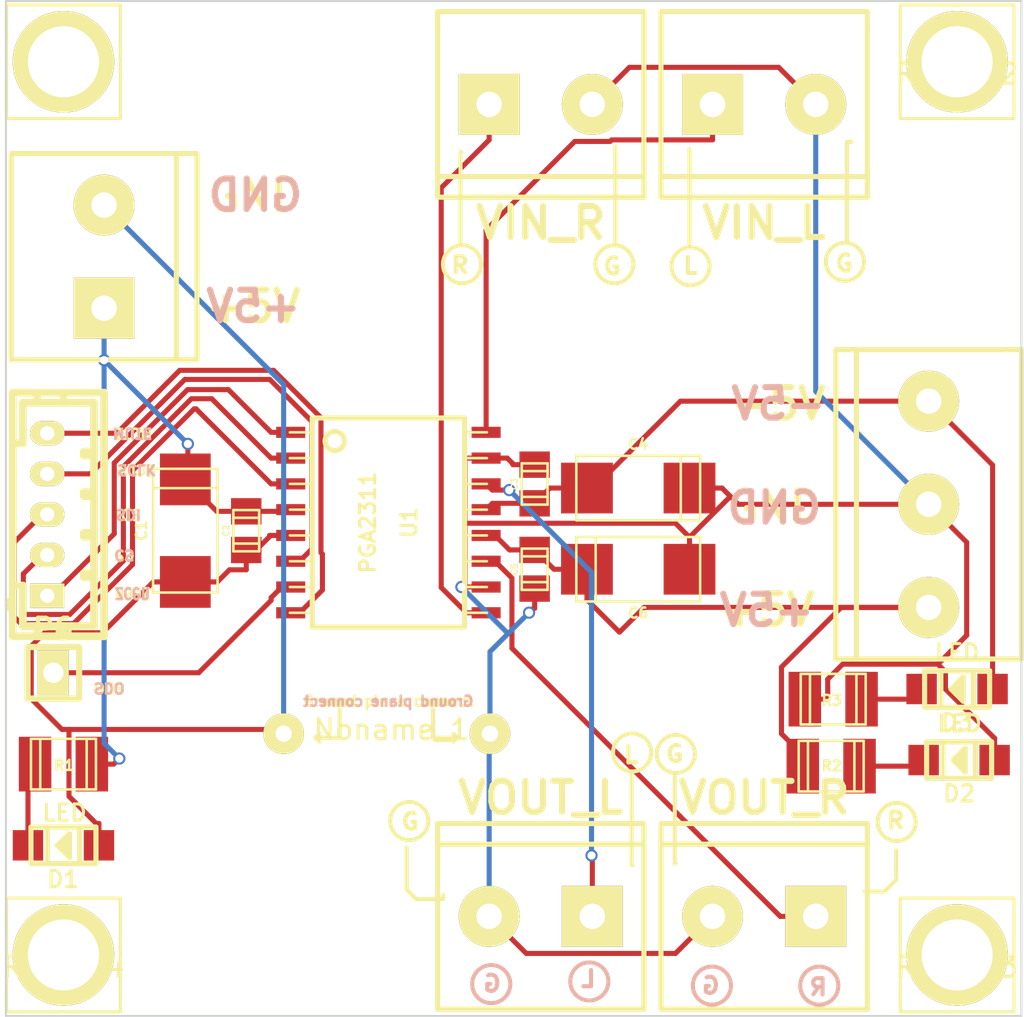
<source format=kicad_pcb>
(kicad_pcb (version 20171130) (host pcbnew "(5.1.12)-1")

  (general
    (thickness 1.6)
    (drawings 83)
    (tracks 192)
    (zones 0)
    (modules 26)
    (nets 19)
  )

  (page User 140.005 150.012)
  (layers
    (0 F.Cu signal)
    (31 B.Cu signal)
    (32 B.Adhes user hide)
    (33 F.Adhes user hide)
    (34 B.Paste user)
    (35 F.Paste user)
    (36 B.SilkS user)
    (37 F.SilkS user)
    (38 B.Mask user)
    (39 F.Mask user)
    (40 Dwgs.User user)
    (41 Cmts.User user hide)
    (42 Eco1.User user)
    (43 Eco2.User user)
    (44 Edge.Cuts user)
    (45 Margin user)
    (46 B.CrtYd user)
    (47 F.CrtYd user)
    (48 B.Fab user)
    (49 F.Fab user)
  )

  (setup
    (last_trace_width 0.25)
    (trace_clearance 0.2)
    (zone_clearance 0.508)
    (zone_45_only no)
    (trace_min 0.2)
    (via_size 0.6)
    (via_drill 0.4)
    (via_min_size 0.4)
    (via_min_drill 0.3)
    (uvia_size 0.3)
    (uvia_drill 0.1)
    (uvias_allowed no)
    (uvia_min_size 0.2)
    (uvia_min_drill 0.1)
    (edge_width 0.1)
    (segment_width 0.2)
    (pcb_text_width 0.3)
    (pcb_text_size 1.5 1.5)
    (mod_edge_width 0.15)
    (mod_text_size 1 1)
    (mod_text_width 0.15)
    (pad_size 1.5 1.5)
    (pad_drill 0.6)
    (pad_to_mask_clearance 0)
    (aux_axis_origin 0 0)
    (visible_elements 7FFFFFFF)
    (pcbplotparams
      (layerselection 0x00030_80000001)
      (usegerberextensions false)
      (usegerberattributes true)
      (usegerberadvancedattributes true)
      (creategerberjobfile true)
      (excludeedgelayer true)
      (linewidth 0.100000)
      (plotframeref false)
      (viasonmask false)
      (mode 1)
      (useauxorigin false)
      (hpglpennumber 1)
      (hpglpenspeed 20)
      (hpglpendiameter 15.000000)
      (psnegative false)
      (psa4output false)
      (plotreference true)
      (plotvalue true)
      (plotinvisibletext false)
      (padsonsilk false)
      (subtractmaskfromsilk false)
      (outputformat 1)
      (mirror false)
      (drillshape 1)
      (scaleselection 1)
      (outputdirectory ""))
  )

  (net 0 "")
  (net 1 +5VD)
  (net 2 GND_D)
  (net 3 GND_A)
  (net 4 -5V)
  (net 5 +5V)
  (net 6 VIN_R)
  (net 7 VOUT_R)
  (net 8 VIN_L)
  (net 9 VOUT_L)
  (net 10 ZCEN)
  (net 11 SDI)
  (net 12 CS)
  (net 13 SCLK)
  (net 14 MUTE)
  (net 15 SDO)
  (net 16 "Net-(D1-Pad2)")
  (net 17 "Net-(D2-Pad2)")
  (net 18 "Net-(D3-Pad2)")

  (net_class Default "This is the default net class."
    (clearance 0.2)
    (trace_width 0.25)
    (via_dia 0.6)
    (via_drill 0.4)
    (uvia_dia 0.3)
    (uvia_drill 0.1)
    (add_net +5V)
    (add_net +5VD)
    (add_net -5V)
    (add_net CS)
    (add_net GND_A)
    (add_net GND_D)
    (add_net MUTE)
    (add_net "Net-(D1-Pad2)")
    (add_net "Net-(D2-Pad2)")
    (add_net "Net-(D3-Pad2)")
    (add_net SCLK)
    (add_net SDI)
    (add_net SDO)
    (add_net VIN_L)
    (add_net VIN_R)
    (add_net VOUT_L)
    (add_net VOUT_R)
    (add_net ZCEN)
  )

  (module w_conn_jst-ph:b5b-ph-kl (layer F.Cu) (tedit 56A52F1B) (tstamp 55E0782D)
    (at 50.2 58.2 90)
    (descr "JST PH series connector, B5B-PH-KL")
    (path /55DFB110)
    (fp_text reference P5 (at 0 -2.99974 90) (layer F.SilkS) hide
      (effects (font (size 1.524 1.524) (thickness 0.3048)))
    )
    (fp_text value "" (at 0 4.20116 90) (layer F.SilkS)
      (effects (font (size 1.524 1.524) (thickness 0.3048)))
    )
    (fp_line (start -4.60248 -1.89992) (end -4.60248 -1.69926) (layer F.SilkS) (width 0.381))
    (fp_line (start -4.30276 -1.89992) (end -4.60248 -1.89992) (layer F.SilkS) (width 0.381))
    (fp_line (start -4.30276 -1.69926) (end -4.30276 -1.89992) (layer F.SilkS) (width 0.381))
    (fp_line (start 5.99948 -1.69926) (end 5.99948 2.79908) (layer F.SilkS) (width 0.381))
    (fp_line (start -6.00202 -1.69926) (end -6.00202 2.79908) (layer F.SilkS) (width 0.381))
    (fp_line (start 3.50012 -1.19888) (end 3.50012 -1.69926) (layer F.SilkS) (width 0.381))
    (fp_line (start 5.4991 -1.19888) (end 3.50012 -1.19888) (layer F.SilkS) (width 0.381))
    (fp_line (start 5.4991 2.30124) (end 5.4991 -1.19888) (layer F.SilkS) (width 0.381))
    (fp_line (start -5.50164 -1.19888) (end -5.50164 2.30124) (layer F.SilkS) (width 0.381))
    (fp_line (start -3.50266 -1.19888) (end -5.50164 -1.19888) (layer F.SilkS) (width 0.381))
    (fp_line (start -3.50266 -1.69926) (end -3.50266 -1.19888) (layer F.SilkS) (width 0.381))
    (fp_line (start -5.50164 -0.50038) (end -6.00202 -0.50038) (layer F.SilkS) (width 0.381))
    (fp_line (start -5.50164 0.8001) (end -6.00202 0.8001) (layer F.SilkS) (width 0.381))
    (fp_line (start 5.4991 0.8001) (end 5.99948 0.8001) (layer F.SilkS) (width 0.381))
    (fp_line (start 5.99948 -0.50038) (end 5.4991 -0.50038) (layer F.SilkS) (width 0.381))
    (fp_line (start 1.09728 1.80086) (end 1.09728 2.30124) (layer F.SilkS) (width 0.381))
    (fp_line (start 0.89916 1.80086) (end 1.09728 1.80086) (layer F.SilkS) (width 0.381))
    (fp_line (start 0.89916 2.30124) (end 0.89916 1.80086) (layer F.SilkS) (width 0.381))
    (fp_line (start -3.10134 2.30124) (end -3.10134 1.80086) (layer F.SilkS) (width 0.381))
    (fp_line (start -3.10134 1.80086) (end -2.90322 1.80086) (layer F.SilkS) (width 0.381))
    (fp_line (start -2.90322 1.80086) (end -2.90322 2.30124) (layer F.SilkS) (width 0.381))
    (fp_line (start -1.09982 2.30124) (end -1.09982 1.80086) (layer F.SilkS) (width 0.381))
    (fp_line (start -1.09982 1.80086) (end -0.9017 1.80086) (layer F.SilkS) (width 0.381))
    (fp_line (start -0.9017 1.80086) (end -0.9017 2.30124) (layer F.SilkS) (width 0.381))
    (fp_line (start 2.89814 2.30124) (end 2.89814 1.80086) (layer F.SilkS) (width 0.381))
    (fp_line (start 2.89814 1.80086) (end 3.09626 1.80086) (layer F.SilkS) (width 0.381))
    (fp_line (start 3.09626 1.80086) (end 3.09626 2.30124) (layer F.SilkS) (width 0.381))
    (fp_line (start 5.99948 2.79908) (end -5.99948 2.79908) (layer F.SilkS) (width 0.381))
    (fp_line (start -5.4991 2.30124) (end 5.4991 2.30124) (layer F.SilkS) (width 0.381))
    (fp_line (start 5.99948 -1.69926) (end -5.99948 -1.69926) (layer F.SilkS) (width 0.381))
    (pad 1 thru_hole rect (at -4.00304 0 90) (size 1.19888 1.69926) (drill 0.70104) (layers *.Cu *.Mask F.SilkS)
      (net 10 ZCEN))
    (pad 3 thru_hole oval (at 0 0 90) (size 1.19888 1.69926) (drill 0.70104) (layers *.Cu *.Mask F.SilkS)
      (net 11 SDI))
    (pad 2 thru_hole oval (at -2.00152 0 90) (size 1.19888 1.69926) (drill 0.70104) (layers *.Cu *.Mask F.SilkS)
      (net 12 CS))
    (pad 4 thru_hole oval (at 1.99898 0 90) (size 1.19888 1.69926) (drill 0.70104) (layers *.Cu *.Mask F.SilkS)
      (net 13 SCLK))
    (pad 5 thru_hole oval (at 4.0005 0 90) (size 1.19888 1.69926) (drill 0.70104) (layers *.Cu *.Mask F.SilkS)
      (net 14 MUTE))
    (model walter/conn_jst-ph/b5b-ph-kl.wrl
      (at (xyz 0 0 0))
      (scale (xyz 1 1 1))
      (rotate (xyz 0 0 0))
    )
  )

  (module w_smd_dil:soic-16 (layer F.Cu) (tedit 4F1AAE16) (tstamp 0)
    (at 67 58.6 270)
    (descr "SOIC Wide, 16 pins")
    (path /55D4A7EF)
    (fp_text reference U1 (at 0 -1.016 270) (layer F.SilkS)
      (effects (font (size 0.7493 0.7493) (thickness 0.14986)))
    )
    (fp_text value PGA2311 (at 0 1.016 270) (layer F.SilkS)
      (effects (font (size 0.7493 0.7493) (thickness 0.14986)))
    )
    (fp_circle (center -4.01574 2.64668) (end -4.29514 3.02768) (layer F.SilkS) (width 0.254))
    (fp_line (start -1.905 4.8514) (end -1.905 3.7592) (layer F.SilkS) (width 0.127))
    (fp_line (start -0.635 4.8514) (end -0.635 3.7592) (layer F.SilkS) (width 0.127))
    (fp_line (start 0.635 4.8514) (end 0.635 3.7592) (layer F.SilkS) (width 0.127))
    (fp_line (start -3.175 4.8514) (end -3.175 3.7592) (layer F.SilkS) (width 0.127))
    (fp_line (start -4.445 3.7592) (end -4.445 4.8514) (layer F.SilkS) (width 0.127))
    (fp_line (start 1.905 3.7592) (end 1.905 4.8514) (layer F.SilkS) (width 0.127))
    (fp_line (start 3.175 3.7592) (end 3.175 4.8514) (layer F.SilkS) (width 0.127))
    (fp_line (start 4.445 3.7592) (end 4.445 4.8514) (layer F.SilkS) (width 0.127))
    (fp_line (start 0.635 -4.8514) (end 0.635 -3.7592) (layer F.SilkS) (width 0.127))
    (fp_line (start -0.635 -4.8514) (end -0.635 -3.7592) (layer F.SilkS) (width 0.127))
    (fp_line (start -1.905 -4.8514) (end -1.905 -3.7592) (layer F.SilkS) (width 0.127))
    (fp_line (start -3.175 -3.7592) (end -3.175 -4.8514) (layer F.SilkS) (width 0.127))
    (fp_line (start -4.445 -3.7592) (end -4.445 -4.8514) (layer F.SilkS) (width 0.127))
    (fp_line (start -5.15112 -3.74904) (end -5.15112 3.74904) (layer F.SilkS) (width 0.254))
    (fp_line (start 5.15112 3.74904) (end 5.15112 -3.74904) (layer F.SilkS) (width 0.254))
    (fp_line (start 1.905 -3.7592) (end 1.905 -4.8514) (layer F.SilkS) (width 0.127))
    (fp_line (start 3.175 -3.7592) (end 3.175 -4.8514) (layer F.SilkS) (width 0.127))
    (fp_line (start 4.445 -3.7592) (end 4.445 -4.8514) (layer F.SilkS) (width 0.127))
    (fp_line (start -5.15112 3.74904) (end 5.15112 3.74904) (layer F.SilkS) (width 0.254))
    (fp_line (start 5.15112 -3.74904) (end -5.15112 -3.74904) (layer F.SilkS) (width 0.254))
    (pad 1 smd rect (at -4.445 4.81076 270) (size 0.55118 1.43002) (layers F.Cu F.Paste F.Mask)
      (net 10 ZCEN))
    (pad 2 smd rect (at -3.175 4.81076 270) (size 0.55118 1.43002) (layers F.Cu F.Paste F.Mask)
      (net 12 CS))
    (pad 3 smd rect (at -1.905 4.81076 270) (size 0.55118 1.43002) (layers F.Cu F.Paste F.Mask)
      (net 11 SDI))
    (pad 4 smd rect (at -0.635 4.81076 270) (size 0.55118 1.43002) (layers F.Cu F.Paste F.Mask)
      (net 1 +5VD))
    (pad 5 smd rect (at 0.635 4.81076 270) (size 0.55118 1.43002) (layers F.Cu F.Paste F.Mask)
      (net 2 GND_D))
    (pad 6 smd rect (at 1.905 4.81076 270) (size 0.55118 1.43002) (layers F.Cu F.Paste F.Mask)
      (net 13 SCLK))
    (pad 7 smd rect (at 3.175 4.81076 270) (size 0.55118 1.43002) (layers F.Cu F.Paste F.Mask)
      (net 15 SDO))
    (pad 8 smd rect (at 4.445 4.81076 270) (size 0.55118 1.43002) (layers F.Cu F.Paste F.Mask)
      (net 14 MUTE))
    (pad 9 smd rect (at 4.445 -4.81076 270) (size 0.55118 1.43002) (layers F.Cu F.Paste F.Mask)
      (net 6 VIN_R))
    (pad 10 smd rect (at 3.175 -4.81076 270) (size 0.55118 1.43002) (layers F.Cu F.Paste F.Mask)
      (net 3 GND_A))
    (pad 11 smd rect (at 1.905 -4.81076 270) (size 0.55118 1.43002) (layers F.Cu F.Paste F.Mask)
      (net 7 VOUT_R))
    (pad 12 smd rect (at 0.635 -4.81076 270) (size 0.55118 1.43002) (layers F.Cu F.Paste F.Mask)
      (net 5 +5V))
    (pad 13 smd rect (at -0.635 -4.81076 270) (size 0.55118 1.43002) (layers F.Cu F.Paste F.Mask)
      (net 4 -5V))
    (pad 14 smd rect (at -1.905 -4.81076 270) (size 0.55118 1.43002) (layers F.Cu F.Paste F.Mask)
      (net 9 VOUT_L))
    (pad 15 smd rect (at -3.175 -4.81076 270) (size 0.55118 1.43002) (layers F.Cu F.Paste F.Mask)
      (net 3 GND_A))
    (pad 16 smd rect (at -4.445 -4.81076 270) (size 0.55118 1.43002) (layers F.Cu F.Paste F.Mask)
      (net 8 VIN_L))
    (model walter/smd_dil/soic-16.wrl
      (at (xyz 0 0 0))
      (scale (xyz 1 1 1))
      (rotate (xyz 0 0 0))
    )
  )

  (module w_conn_screw:mors_2p (layer F.Cu) (tedit 56A52F29) (tstamp 55E0A497)
    (at 74.5 38)
    (descr "Terminal block 2 pins")
    (tags DEV)
    (path /55DF8B65)
    (fp_text reference P1 (at 0 -5.842) (layer F.SilkS) hide
      (effects (font (size 1.524 1.524) (thickness 0.3048)))
    )
    (fp_text value VIN_R (at 0 5.842) (layer F.SilkS)
      (effects (font (size 1.524 1.524) (thickness 0.3048)))
    )
    (fp_line (start -5.08 -3.81) (end -5.08 3.81) (layer F.SilkS) (width 0.254))
    (fp_line (start 5.08 3.81) (end 5.08 -3.81) (layer F.SilkS) (width 0.254))
    (fp_line (start 5.08 3.556) (end 5.08 4.572) (layer F.SilkS) (width 0.254))
    (fp_line (start -5.08 3.556) (end 5.08 3.556) (layer F.SilkS) (width 0.254))
    (fp_line (start -5.08 4.572) (end -5.08 3.556) (layer F.SilkS) (width 0.254))
    (fp_line (start 5.08 4.572) (end -5.08 4.572) (layer F.SilkS) (width 0.254))
    (fp_line (start -5.08 -4.572) (end -5.08 -3.81) (layer F.SilkS) (width 0.254))
    (fp_line (start 5.08 -4.572) (end -5.08 -4.572) (layer F.SilkS) (width 0.254))
    (fp_line (start 5.08 -3.81) (end 5.08 -4.572) (layer F.SilkS) (width 0.254))
    (pad 1 thru_hole rect (at -2.54 0) (size 2.99974 2.99974) (drill 1.24968) (layers *.Cu *.Mask F.SilkS)
      (net 6 VIN_R))
    (pad 2 thru_hole circle (at 2.54 0) (size 2.99974 2.99974) (drill 1.24968) (layers *.Cu *.Mask F.SilkS)
      (net 3 GND_A))
    (model walter/conn_screw/mors_2p.wrl
      (at (xyz 0 0 0))
      (scale (xyz 1 1 1))
      (rotate (xyz 0 0 0))
    )
  )

  (module w_conn_screw:mors_2p (layer F.Cu) (tedit 56A52F08) (tstamp 55E0A49C)
    (at 85.5 78 180)
    (descr "Terminal block 2 pins")
    (tags DEV)
    (path /55DF884D)
    (fp_text reference P2 (at 0 -5.842 180) (layer F.SilkS) hide
      (effects (font (size 1.524 1.524) (thickness 0.3048)))
    )
    (fp_text value VOUT_R (at 0 5.842 180) (layer F.SilkS)
      (effects (font (size 1.524 1.524) (thickness 0.3048)))
    )
    (fp_line (start -5.08 -3.81) (end -5.08 3.81) (layer F.SilkS) (width 0.254))
    (fp_line (start 5.08 3.81) (end 5.08 -3.81) (layer F.SilkS) (width 0.254))
    (fp_line (start 5.08 3.556) (end 5.08 4.572) (layer F.SilkS) (width 0.254))
    (fp_line (start -5.08 3.556) (end 5.08 3.556) (layer F.SilkS) (width 0.254))
    (fp_line (start -5.08 4.572) (end -5.08 3.556) (layer F.SilkS) (width 0.254))
    (fp_line (start 5.08 4.572) (end -5.08 4.572) (layer F.SilkS) (width 0.254))
    (fp_line (start -5.08 -4.572) (end -5.08 -3.81) (layer F.SilkS) (width 0.254))
    (fp_line (start 5.08 -4.572) (end -5.08 -4.572) (layer F.SilkS) (width 0.254))
    (fp_line (start 5.08 -3.81) (end 5.08 -4.572) (layer F.SilkS) (width 0.254))
    (pad 1 thru_hole rect (at -2.54 0 180) (size 2.99974 2.99974) (drill 1.24968) (layers *.Cu *.Mask F.SilkS)
      (net 7 VOUT_R))
    (pad 2 thru_hole circle (at 2.54 0 180) (size 2.99974 2.99974) (drill 1.24968) (layers *.Cu *.Mask F.SilkS)
      (net 3 GND_A))
    (model walter/conn_screw/mors_2p.wrl
      (at (xyz 0 0 0))
      (scale (xyz 1 1 1))
      (rotate (xyz 0 0 0))
    )
  )

  (module w_conn_screw:mors_2p (layer F.Cu) (tedit 56A52F2C) (tstamp 55E0A4A1)
    (at 85.5 38)
    (descr "Terminal block 2 pins")
    (tags DEV)
    (path /55DF8AE9)
    (fp_text reference P3 (at 0 -5.842) (layer F.SilkS) hide
      (effects (font (size 1.524 1.524) (thickness 0.3048)))
    )
    (fp_text value VIN_L (at 0 5.842) (layer F.SilkS)
      (effects (font (size 1.524 1.524) (thickness 0.3048)))
    )
    (fp_line (start -5.08 -3.81) (end -5.08 3.81) (layer F.SilkS) (width 0.254))
    (fp_line (start 5.08 3.81) (end 5.08 -3.81) (layer F.SilkS) (width 0.254))
    (fp_line (start 5.08 3.556) (end 5.08 4.572) (layer F.SilkS) (width 0.254))
    (fp_line (start -5.08 3.556) (end 5.08 3.556) (layer F.SilkS) (width 0.254))
    (fp_line (start -5.08 4.572) (end -5.08 3.556) (layer F.SilkS) (width 0.254))
    (fp_line (start 5.08 4.572) (end -5.08 4.572) (layer F.SilkS) (width 0.254))
    (fp_line (start -5.08 -4.572) (end -5.08 -3.81) (layer F.SilkS) (width 0.254))
    (fp_line (start 5.08 -4.572) (end -5.08 -4.572) (layer F.SilkS) (width 0.254))
    (fp_line (start 5.08 -3.81) (end 5.08 -4.572) (layer F.SilkS) (width 0.254))
    (pad 1 thru_hole rect (at -2.54 0) (size 2.99974 2.99974) (drill 1.24968) (layers *.Cu *.Mask F.SilkS)
      (net 8 VIN_L))
    (pad 2 thru_hole circle (at 2.54 0) (size 2.99974 2.99974) (drill 1.24968) (layers *.Cu *.Mask F.SilkS)
      (net 3 GND_A))
    (model walter/conn_screw/mors_2p.wrl
      (at (xyz 0 0 0))
      (scale (xyz 1 1 1))
      (rotate (xyz 0 0 0))
    )
  )

  (module w_conn_screw:mors_2p (layer F.Cu) (tedit 56A52F06) (tstamp 55E0A4A6)
    (at 74.5 78 180)
    (descr "Terminal block 2 pins")
    (tags DEV)
    (path /55DF8910)
    (fp_text reference P4 (at 0 -5.842 180) (layer F.SilkS) hide
      (effects (font (size 1.524 1.524) (thickness 0.3048)))
    )
    (fp_text value VOUT_L (at 0 5.842 180) (layer F.SilkS)
      (effects (font (size 1.524 1.524) (thickness 0.3048)))
    )
    (fp_line (start -5.08 -3.81) (end -5.08 3.81) (layer F.SilkS) (width 0.254))
    (fp_line (start 5.08 3.81) (end 5.08 -3.81) (layer F.SilkS) (width 0.254))
    (fp_line (start 5.08 3.556) (end 5.08 4.572) (layer F.SilkS) (width 0.254))
    (fp_line (start -5.08 3.556) (end 5.08 3.556) (layer F.SilkS) (width 0.254))
    (fp_line (start -5.08 4.572) (end -5.08 3.556) (layer F.SilkS) (width 0.254))
    (fp_line (start 5.08 4.572) (end -5.08 4.572) (layer F.SilkS) (width 0.254))
    (fp_line (start -5.08 -4.572) (end -5.08 -3.81) (layer F.SilkS) (width 0.254))
    (fp_line (start 5.08 -4.572) (end -5.08 -4.572) (layer F.SilkS) (width 0.254))
    (fp_line (start 5.08 -3.81) (end 5.08 -4.572) (layer F.SilkS) (width 0.254))
    (pad 1 thru_hole rect (at -2.54 0 180) (size 2.99974 2.99974) (drill 1.24968) (layers *.Cu *.Mask F.SilkS)
      (net 9 VOUT_L))
    (pad 2 thru_hole circle (at 2.54 0 180) (size 2.99974 2.99974) (drill 1.24968) (layers *.Cu *.Mask F.SilkS)
      (net 3 GND_A))
    (model walter/conn_screw/mors_2p.wrl
      (at (xyz 0 0 0))
      (scale (xyz 1 1 1))
      (rotate (xyz 0 0 0))
    )
  )

  (module w_conn_screw:mors_2p (layer F.Cu) (tedit 56A52F18) (tstamp 55E0A4B1)
    (at 53 45.5 90)
    (descr "Terminal block 2 pins")
    (tags DEV)
    (path /55DFD56D)
    (fp_text reference P8 (at 0 -5.842 90) (layer F.SilkS) hide
      (effects (font (size 1.524 1.524) (thickness 0.3048)))
    )
    (fp_text value "" (at 0 5.842 90) (layer F.SilkS)
      (effects (font (size 1.524 1.524) (thickness 0.3048)))
    )
    (fp_line (start -5.08 -3.81) (end -5.08 3.81) (layer F.SilkS) (width 0.254))
    (fp_line (start 5.08 3.81) (end 5.08 -3.81) (layer F.SilkS) (width 0.254))
    (fp_line (start 5.08 3.556) (end 5.08 4.572) (layer F.SilkS) (width 0.254))
    (fp_line (start -5.08 3.556) (end 5.08 3.556) (layer F.SilkS) (width 0.254))
    (fp_line (start -5.08 4.572) (end -5.08 3.556) (layer F.SilkS) (width 0.254))
    (fp_line (start 5.08 4.572) (end -5.08 4.572) (layer F.SilkS) (width 0.254))
    (fp_line (start -5.08 -4.572) (end -5.08 -3.81) (layer F.SilkS) (width 0.254))
    (fp_line (start 5.08 -4.572) (end -5.08 -4.572) (layer F.SilkS) (width 0.254))
    (fp_line (start 5.08 -3.81) (end 5.08 -4.572) (layer F.SilkS) (width 0.254))
    (pad 1 thru_hole rect (at -2.54 0 90) (size 2.99974 2.99974) (drill 1.24968) (layers *.Cu *.Mask F.SilkS)
      (net 1 +5VD))
    (pad 2 thru_hole circle (at 2.54 0 90) (size 2.99974 2.99974) (drill 1.24968) (layers *.Cu *.Mask F.SilkS)
      (net 2 GND_D))
    (model walter/conn_screw/mors_2p.wrl
      (at (xyz 0 0 0))
      (scale (xyz 1 1 1))
      (rotate (xyz 0 0 0))
    )
  )

  (module w_smd_cap:c_0805 (layer F.Cu) (tedit 49047394) (tstamp 55E0C137)
    (at 60 59 90)
    (descr "SMT capacitor, 0805")
    (path /55D4A8C7)
    (fp_text reference C2 (at 0 -0.9906 90) (layer F.SilkS)
      (effects (font (size 0.29972 0.29972) (thickness 0.06096)))
    )
    (fp_text value 0.1uF (at 0 0.9906 90) (layer F.SilkS) hide
      (effects (font (size 0.29972 0.29972) (thickness 0.06096)))
    )
    (fp_line (start -1.016 0.635) (end -1.016 -0.635) (layer F.SilkS) (width 0.127))
    (fp_line (start 1.016 0.635) (end -1.016 0.635) (layer F.SilkS) (width 0.127))
    (fp_line (start 1.016 -0.635) (end 1.016 0.635) (layer F.SilkS) (width 0.127))
    (fp_line (start -1.016 -0.635) (end 1.016 -0.635) (layer F.SilkS) (width 0.127))
    (fp_line (start -0.635 -0.635) (end -0.635 0.6096) (layer F.SilkS) (width 0.127))
    (fp_line (start 0.635 -0.635) (end 0.635 0.635) (layer F.SilkS) (width 0.127))
    (pad 1 smd rect (at 0.9525 0 90) (size 1.30048 1.4986) (layers F.Cu F.Paste F.Mask)
      (net 1 +5VD))
    (pad 2 smd rect (at -0.9525 0 90) (size 1.30048 1.4986) (layers F.Cu F.Paste F.Mask)
      (net 2 GND_D))
    (model walter/smd_cap/c_0805.wrl
      (at (xyz 0 0 0))
      (scale (xyz 1 1 1))
      (rotate (xyz 0 0 0))
    )
  )

  (module w_smd_cap:c_0805 (layer F.Cu) (tedit 49047394) (tstamp 55E0C13C)
    (at 74.2 56.7 90)
    (descr "SMT capacitor, 0805")
    (path /55D4ADB6)
    (fp_text reference C3 (at 0 -0.9906 90) (layer F.SilkS)
      (effects (font (size 0.29972 0.29972) (thickness 0.06096)))
    )
    (fp_text value 0.1uF (at 0 0.9906 90) (layer F.SilkS) hide
      (effects (font (size 0.29972 0.29972) (thickness 0.06096)))
    )
    (fp_line (start -1.016 0.635) (end -1.016 -0.635) (layer F.SilkS) (width 0.127))
    (fp_line (start 1.016 0.635) (end -1.016 0.635) (layer F.SilkS) (width 0.127))
    (fp_line (start 1.016 -0.635) (end 1.016 0.635) (layer F.SilkS) (width 0.127))
    (fp_line (start -1.016 -0.635) (end 1.016 -0.635) (layer F.SilkS) (width 0.127))
    (fp_line (start -0.635 -0.635) (end -0.635 0.6096) (layer F.SilkS) (width 0.127))
    (fp_line (start 0.635 -0.635) (end 0.635 0.635) (layer F.SilkS) (width 0.127))
    (pad 1 smd rect (at 0.9525 0 90) (size 1.30048 1.4986) (layers F.Cu F.Paste F.Mask)
      (net 3 GND_A))
    (pad 2 smd rect (at -0.9525 0 90) (size 1.30048 1.4986) (layers F.Cu F.Paste F.Mask)
      (net 4 -5V))
    (model walter/smd_cap/c_0805.wrl
      (at (xyz 0 0 0))
      (scale (xyz 1 1 1))
      (rotate (xyz 0 0 0))
    )
  )

  (module w_smd_cap:c_tant_C (layer F.Cu) (tedit 4D5D91B9) (tstamp 55E0C141)
    (at 79.3 56.9)
    (descr "SMT capacitor, tantalum size C")
    (path /55D4AC42)
    (fp_text reference C4 (at 0 -2.159) (layer F.SilkS)
      (effects (font (size 0.50038 0.50038) (thickness 0.11938)))
    )
    (fp_text value 10uF (at 0 2.0955) (layer F.SilkS) hide
      (effects (font (size 0.50038 0.50038) (thickness 0.11938)))
    )
    (fp_line (start 3.048 -1.5875) (end -3.048 -1.5875) (layer F.SilkS) (width 0.127))
    (fp_line (start 3.048 1.5875) (end 3.048 -1.5875) (layer F.SilkS) (width 0.127))
    (fp_line (start -3.048 1.5875) (end 3.048 1.5875) (layer F.SilkS) (width 0.127))
    (fp_line (start -3.048 -1.5875) (end -3.048 1.5875) (layer F.SilkS) (width 0.127))
    (fp_line (start 2.0955 -1.5875) (end 2.0955 1.5875) (layer F.SilkS) (width 0.127))
    (pad 1 smd rect (at 2.52476 0) (size 2.55016 2.49936) (layers F.Cu F.Paste F.Mask)
      (net 3 GND_A))
    (pad 2 smd rect (at -2.52476 0) (size 2.55016 2.49936) (layers F.Cu F.Paste F.Mask)
      (net 4 -5V))
    (model walter/smd_cap/c_tant_C.wrl
      (at (xyz 0 0 0))
      (scale (xyz 1 1 1))
      (rotate (xyz 0 0 0))
    )
  )

  (module w_smd_cap:c_0805 (layer F.Cu) (tedit 49047394) (tstamp 55E0C146)
    (at 74.2 60.9 90)
    (descr "SMT capacitor, 0805")
    (path /55D4AE02)
    (fp_text reference C5 (at 0 -0.9906 90) (layer F.SilkS)
      (effects (font (size 0.29972 0.29972) (thickness 0.06096)))
    )
    (fp_text value 0.1uF (at 0 0.9906 90) (layer F.SilkS) hide
      (effects (font (size 0.29972 0.29972) (thickness 0.06096)))
    )
    (fp_line (start -1.016 0.635) (end -1.016 -0.635) (layer F.SilkS) (width 0.127))
    (fp_line (start 1.016 0.635) (end -1.016 0.635) (layer F.SilkS) (width 0.127))
    (fp_line (start 1.016 -0.635) (end 1.016 0.635) (layer F.SilkS) (width 0.127))
    (fp_line (start -1.016 -0.635) (end 1.016 -0.635) (layer F.SilkS) (width 0.127))
    (fp_line (start -0.635 -0.635) (end -0.635 0.6096) (layer F.SilkS) (width 0.127))
    (fp_line (start 0.635 -0.635) (end 0.635 0.635) (layer F.SilkS) (width 0.127))
    (pad 1 smd rect (at 0.9525 0 90) (size 1.30048 1.4986) (layers F.Cu F.Paste F.Mask)
      (net 5 +5V))
    (pad 2 smd rect (at -0.9525 0 90) (size 1.30048 1.4986) (layers F.Cu F.Paste F.Mask)
      (net 3 GND_A))
    (model walter/smd_cap/c_0805.wrl
      (at (xyz 0 0 0))
      (scale (xyz 1 1 1))
      (rotate (xyz 0 0 0))
    )
  )

  (module w_smd_cap:c_tant_C (layer F.Cu) (tedit 4D5D91B9) (tstamp 55E0C14B)
    (at 79.3 60.9 180)
    (descr "SMT capacitor, tantalum size C")
    (path /55D4AD0C)
    (fp_text reference C6 (at 0 -2.159 180) (layer F.SilkS)
      (effects (font (size 0.50038 0.50038) (thickness 0.11938)))
    )
    (fp_text value 10uF (at 0 2.0955 180) (layer F.SilkS) hide
      (effects (font (size 0.50038 0.50038) (thickness 0.11938)))
    )
    (fp_line (start 3.048 -1.5875) (end -3.048 -1.5875) (layer F.SilkS) (width 0.127))
    (fp_line (start 3.048 1.5875) (end 3.048 -1.5875) (layer F.SilkS) (width 0.127))
    (fp_line (start -3.048 1.5875) (end 3.048 1.5875) (layer F.SilkS) (width 0.127))
    (fp_line (start -3.048 -1.5875) (end -3.048 1.5875) (layer F.SilkS) (width 0.127))
    (fp_line (start 2.0955 -1.5875) (end 2.0955 1.5875) (layer F.SilkS) (width 0.127))
    (pad 1 smd rect (at 2.52476 0 180) (size 2.55016 2.49936) (layers F.Cu F.Paste F.Mask)
      (net 5 +5V))
    (pad 2 smd rect (at -2.52476 0 180) (size 2.55016 2.49936) (layers F.Cu F.Paste F.Mask)
      (net 3 GND_A))
    (model walter/smd_cap/c_tant_C.wrl
      (at (xyz 0 0 0))
      (scale (xyz 1 1 1))
      (rotate (xyz 0 0 0))
    )
  )

  (module w_smd_leds:Led_1206 (layer F.Cu) (tedit 50CDAAE4) (tstamp 55E0C155)
    (at 51 74.5 180)
    (descr "SMD LED, 1206")
    (path /55E0BB11)
    (fp_text reference D1 (at 0.0222 -1.6746 180) (layer F.SilkS)
      (effects (font (size 0.8001 0.8001) (thickness 0.14986)))
    )
    (fp_text value LED (at -0.054 1.602 180) (layer F.SilkS)
      (effects (font (size 0.8001 0.8001) (thickness 0.14986)))
    )
    (fp_line (start -1.6002 0.89916) (end -1.6002 -0.89916) (layer F.SilkS) (width 0.254))
    (fp_line (start 1.6002 0.89916) (end -1.6002 0.89916) (layer F.SilkS) (width 0.254))
    (fp_line (start 1.6002 -0.89916) (end 1.6002 0.89916) (layer F.SilkS) (width 0.254))
    (fp_line (start -1.6002 -0.89916) (end 1.6002 -0.89916) (layer F.SilkS) (width 0.254))
    (fp_line (start -0.8001 -0.89916) (end -0.8001 0.89916) (layer F.SilkS) (width 0.254))
    (fp_line (start 0.8001 0.89916) (end 0.8001 -0.89916) (layer F.SilkS) (width 0.254))
    (fp_line (start 0.29972 0) (end -0.29972 -0.59944) (layer F.SilkS) (width 0.254))
    (fp_line (start -0.29972 0.59944) (end 0.29972 0) (layer F.SilkS) (width 0.254))
    (fp_line (start -0.29972 -0.59944) (end -0.29972 0.59944) (layer F.SilkS) (width 0.254))
    (fp_line (start -0.09906 0.29972) (end -0.09906 -0.29972) (layer F.SilkS) (width 0.254))
    (fp_line (start 0 -0.20066) (end 0 0.09906) (layer F.SilkS) (width 0.254))
    (pad 1 smd rect (at -1.74752 0 180) (size 1.4986 1.4986) (layers F.Cu F.Paste F.Mask)
      (net 2 GND_D))
    (pad 2 smd rect (at 1.74752 0 180) (size 1.4986 1.4986) (layers F.Cu F.Paste F.Mask)
      (net 16 "Net-(D1-Pad2)"))
    (model walter/smd_leds/led_1206.wrl
      (at (xyz 0 0 0))
      (scale (xyz 1 1 1))
      (rotate (xyz 0 0 0))
    )
  )

  (module w_smd_leds:Led_1206 (layer F.Cu) (tedit 50CDAAE4) (tstamp 55E0C15B)
    (at 95.1 70.3 180)
    (descr "SMD LED, 1206")
    (path /55E0BDED)
    (fp_text reference D2 (at 0 -1.651 180) (layer F.SilkS)
      (effects (font (size 0.8001 0.8001) (thickness 0.14986)))
    )
    (fp_text value LED (at -0.023 1.7962 180) (layer F.SilkS)
      (effects (font (size 0.8001 0.8001) (thickness 0.14986)))
    )
    (fp_line (start -1.6002 0.89916) (end -1.6002 -0.89916) (layer F.SilkS) (width 0.254))
    (fp_line (start 1.6002 0.89916) (end -1.6002 0.89916) (layer F.SilkS) (width 0.254))
    (fp_line (start 1.6002 -0.89916) (end 1.6002 0.89916) (layer F.SilkS) (width 0.254))
    (fp_line (start -1.6002 -0.89916) (end 1.6002 -0.89916) (layer F.SilkS) (width 0.254))
    (fp_line (start -0.8001 -0.89916) (end -0.8001 0.89916) (layer F.SilkS) (width 0.254))
    (fp_line (start 0.8001 0.89916) (end 0.8001 -0.89916) (layer F.SilkS) (width 0.254))
    (fp_line (start 0.29972 0) (end -0.29972 -0.59944) (layer F.SilkS) (width 0.254))
    (fp_line (start -0.29972 0.59944) (end 0.29972 0) (layer F.SilkS) (width 0.254))
    (fp_line (start -0.29972 -0.59944) (end -0.29972 0.59944) (layer F.SilkS) (width 0.254))
    (fp_line (start -0.09906 0.29972) (end -0.09906 -0.29972) (layer F.SilkS) (width 0.254))
    (fp_line (start 0 -0.20066) (end 0 0.09906) (layer F.SilkS) (width 0.254))
    (pad 1 smd rect (at -1.74752 0 180) (size 1.4986 1.4986) (layers F.Cu F.Paste F.Mask)
      (net 3 GND_A))
    (pad 2 smd rect (at 1.74752 0 180) (size 1.4986 1.4986) (layers F.Cu F.Paste F.Mask)
      (net 17 "Net-(D2-Pad2)"))
    (model walter/smd_leds/led_1206.wrl
      (at (xyz 0 0 0))
      (scale (xyz 1 1 1))
      (rotate (xyz 0 0 0))
    )
  )

  (module w_smd_leds:Led_1206 (layer F.Cu) (tedit 50CDAAE4) (tstamp 55E0C161)
    (at 95 66.8 180)
    (descr "SMD LED, 1206")
    (path /55E0BFA3)
    (fp_text reference D3 (at 0 -1.651 180) (layer F.SilkS)
      (effects (font (size 0.8001 0.8001) (thickness 0.14986)))
    )
    (fp_text value LED (at 0 1.80086 180) (layer F.SilkS)
      (effects (font (size 0.8001 0.8001) (thickness 0.14986)))
    )
    (fp_line (start -1.6002 0.89916) (end -1.6002 -0.89916) (layer F.SilkS) (width 0.254))
    (fp_line (start 1.6002 0.89916) (end -1.6002 0.89916) (layer F.SilkS) (width 0.254))
    (fp_line (start 1.6002 -0.89916) (end 1.6002 0.89916) (layer F.SilkS) (width 0.254))
    (fp_line (start -1.6002 -0.89916) (end 1.6002 -0.89916) (layer F.SilkS) (width 0.254))
    (fp_line (start -0.8001 -0.89916) (end -0.8001 0.89916) (layer F.SilkS) (width 0.254))
    (fp_line (start 0.8001 0.89916) (end 0.8001 -0.89916) (layer F.SilkS) (width 0.254))
    (fp_line (start 0.29972 0) (end -0.29972 -0.59944) (layer F.SilkS) (width 0.254))
    (fp_line (start -0.29972 0.59944) (end 0.29972 0) (layer F.SilkS) (width 0.254))
    (fp_line (start -0.29972 -0.59944) (end -0.29972 0.59944) (layer F.SilkS) (width 0.254))
    (fp_line (start -0.09906 0.29972) (end -0.09906 -0.29972) (layer F.SilkS) (width 0.254))
    (fp_line (start 0 -0.20066) (end 0 0.09906) (layer F.SilkS) (width 0.254))
    (pad 1 smd rect (at -1.74752 0 180) (size 1.4986 1.4986) (layers F.Cu F.Paste F.Mask)
      (net 4 -5V))
    (pad 2 smd rect (at 1.74752 0 180) (size 1.4986 1.4986) (layers F.Cu F.Paste F.Mask)
      (net 18 "Net-(D3-Pad2)"))
    (model walter/smd_leds/led_1206.wrl
      (at (xyz 0 0 0))
      (scale (xyz 1 1 1))
      (rotate (xyz 0 0 0))
    )
  )

  (module w_pin_strip:pin_strip_1 (layer F.Cu) (tedit 4B90E035) (tstamp 55E0C162)
    (at 50.5 66)
    (descr "Pin strip 1pin")
    (tags "CONN DEV")
    (path /55DFB24D)
    (fp_text reference P6 (at 0 -2.159) (layer F.SilkS)
      (effects (font (size 1.016 1.016) (thickness 0.2032)))
    )
    (fp_text value SDO_TO_OTHER_PGA2311 (at 0.254 -3.556) (layer F.SilkS) hide
      (effects (font (size 1.016 0.889) (thickness 0.2032)))
    )
    (fp_line (start 1.27 -1.27) (end 1.27 1.27) (layer F.SilkS) (width 0.3048))
    (fp_line (start -1.27 1.27) (end -1.27 -1.27) (layer F.SilkS) (width 0.3048))
    (fp_line (start -1.27 -1.27) (end 1.27 -1.27) (layer F.SilkS) (width 0.3048))
    (fp_line (start 1.27 1.27) (end -1.27 1.27) (layer F.SilkS) (width 0.3048))
    (pad 1 thru_hole rect (at 0 0) (size 1.524 2.19964) (drill 1.00076) (layers *.Cu *.Mask F.SilkS)
      (net 15 SDO))
    (model walter/pin_strip/pin_strip_1.wrl
      (at (xyz 0 0 0))
      (scale (xyz 1 1 1))
      (rotate (xyz 0 0 0))
    )
  )

  (module w_smd_resistors:r_1210 (layer F.Cu) (tedit 49047434) (tstamp 55E0C16B)
    (at 51 70.5 180)
    (descr "SMT resistor, 1210")
    (path /55E0BB66)
    (fp_text reference R1 (at -0.0286 -0.0612 180) (layer F.SilkS)
      (effects (font (size 0.50038 0.50038) (thickness 0.11938)))
    )
    (fp_text value 10k (at 0 1.7018 180) (layer F.SilkS) hide
      (effects (font (size 0.50038 0.50038) (thickness 0.11938)))
    )
    (fp_line (start 1.6002 -1.2446) (end -1.6002 -1.2446) (layer F.SilkS) (width 0.127))
    (fp_line (start -1.6002 1.2446) (end 1.6002 1.2446) (layer F.SilkS) (width 0.127))
    (fp_line (start -1.143 1.2446) (end -1.143 -1.2446) (layer F.SilkS) (width 0.127))
    (fp_line (start 1.143 -1.2446) (end 1.143 1.2446) (layer F.SilkS) (width 0.127))
    (fp_line (start 1.6002 1.2446) (end 1.6002 -1.2446) (layer F.SilkS) (width 0.127))
    (fp_line (start -1.6002 -1.2446) (end -1.6002 1.2446) (layer F.SilkS) (width 0.127))
    (pad 1 smd rect (at 1.397 0 180) (size 1.6002 2.6924) (layers F.Cu F.Paste F.Mask)
      (net 16 "Net-(D1-Pad2)"))
    (pad 2 smd rect (at -1.397 0 180) (size 1.6002 2.6924) (layers F.Cu F.Paste F.Mask)
      (net 1 +5VD))
    (model walter/smd_resistors/r_1210.wrl
      (at (xyz 0 0 0))
      (scale (xyz 1 1 1))
      (rotate (xyz 0 0 0))
    )
  )

  (module w_smd_resistors:r_1210 (layer F.Cu) (tedit 49047434) (tstamp 55E0C171)
    (at 88.8 70.6 180)
    (descr "SMT resistor, 1210")
    (path /55E0BD7B)
    (fp_text reference R2 (at -0.0238 0.0134 180) (layer F.SilkS)
      (effects (font (size 0.50038 0.50038) (thickness 0.11938)))
    )
    (fp_text value 10k (at 0 1.7018 180) (layer F.SilkS) hide
      (effects (font (size 0.50038 0.50038) (thickness 0.11938)))
    )
    (fp_line (start 1.6002 -1.2446) (end -1.6002 -1.2446) (layer F.SilkS) (width 0.127))
    (fp_line (start -1.6002 1.2446) (end 1.6002 1.2446) (layer F.SilkS) (width 0.127))
    (fp_line (start -1.143 1.2446) (end -1.143 -1.2446) (layer F.SilkS) (width 0.127))
    (fp_line (start 1.143 -1.2446) (end 1.143 1.2446) (layer F.SilkS) (width 0.127))
    (fp_line (start 1.6002 1.2446) (end 1.6002 -1.2446) (layer F.SilkS) (width 0.127))
    (fp_line (start -1.6002 -1.2446) (end -1.6002 1.2446) (layer F.SilkS) (width 0.127))
    (pad 1 smd rect (at 1.397 0 180) (size 1.6002 2.6924) (layers F.Cu F.Paste F.Mask)
      (net 5 +5V))
    (pad 2 smd rect (at -1.397 0 180) (size 1.6002 2.6924) (layers F.Cu F.Paste F.Mask)
      (net 17 "Net-(D2-Pad2)"))
    (model walter/smd_resistors/r_1210.wrl
      (at (xyz 0 0 0))
      (scale (xyz 1 1 1))
      (rotate (xyz 0 0 0))
    )
  )

  (module w_smd_resistors:r_1210 (layer F.Cu) (tedit 49047434) (tstamp 55E0C177)
    (at 88.9 67.3 180)
    (descr "SMT resistor, 1210")
    (path /55E0BF13)
    (fp_text reference R3 (at 0.0762 -0.0608 180) (layer F.SilkS)
      (effects (font (size 0.50038 0.50038) (thickness 0.11938)))
    )
    (fp_text value 10k (at 0 1.7018 180) (layer F.SilkS) hide
      (effects (font (size 0.50038 0.50038) (thickness 0.11938)))
    )
    (fp_line (start 1.6002 -1.2446) (end -1.6002 -1.2446) (layer F.SilkS) (width 0.127))
    (fp_line (start -1.6002 1.2446) (end 1.6002 1.2446) (layer F.SilkS) (width 0.127))
    (fp_line (start -1.143 1.2446) (end -1.143 -1.2446) (layer F.SilkS) (width 0.127))
    (fp_line (start 1.143 -1.2446) (end 1.143 1.2446) (layer F.SilkS) (width 0.127))
    (fp_line (start 1.6002 1.2446) (end 1.6002 -1.2446) (layer F.SilkS) (width 0.127))
    (fp_line (start -1.6002 -1.2446) (end -1.6002 1.2446) (layer F.SilkS) (width 0.127))
    (pad 1 smd rect (at 1.397 0 180) (size 1.6002 2.6924) (layers F.Cu F.Paste F.Mask)
      (net 3 GND_A))
    (pad 2 smd rect (at -1.397 0 180) (size 1.6002 2.6924) (layers F.Cu F.Paste F.Mask)
      (net 18 "Net-(D3-Pad2)"))
    (model walter/smd_resistors/r_1210.wrl
      (at (xyz 0 0 0))
      (scale (xyz 1 1 1))
      (rotate (xyz 0 0 0))
    )
  )

  (module mechanical:3.5mm_m3 (layer F.Cu) (tedit 56A52F24) (tstamp 55E0C321)
    (at 51 80)
    (fp_text reference REF**_4 (at 0 0.5) (layer F.SilkS)
      (effects (font (size 1 1) (thickness 0.15)))
    )
    (fp_text value 3.5mmM3 (at 0 -0.5) (layer F.Fab) hide
      (effects (font (size 1 1) (thickness 0.15)))
    )
    (fp_line (start 0 -2.9) (end 2.6 -2.9) (layer F.SilkS) (width 0.15))
    (fp_line (start 2.8 -0.1) (end 2.8 -2.9) (layer F.SilkS) (width 0.15))
    (fp_line (start 2.8 -0.2) (end 2.8 2.6) (layer F.SilkS) (width 0.15))
    (fp_line (start 0 2.7) (end 2.8 2.7) (layer F.SilkS) (width 0.15))
    (fp_line (start -2.8 0.1) (end -2.8 -2.9) (layer F.SilkS) (width 0.15))
    (fp_line (start -2.8 0) (end -2.8 2.6) (layer F.SilkS) (width 0.15))
    (fp_line (start -2.8 2.7) (end -2.8 2.5) (layer F.SilkS) (width 0.15))
    (fp_line (start 0 2.7) (end -2.8 2.7) (layer F.SilkS) (width 0.15))
    (fp_line (start 0 -2.9) (end -2.8 -2.9) (layer F.SilkS) (width 0.15))
    (fp_line (start 2.6 -2.9) (end 2.8 -2.9) (layer F.SilkS) (width 0.15))
    (fp_line (start 2.8 2.5) (end 2.8 2.7) (layer F.SilkS) (width 0.15))
    (pad 1 thru_hole circle (at 0 -0.1) (size 5 5) (drill 3.5) (layers *.Cu *.Mask F.SilkS))
  )

  (module mechanical:3.5mm_m3 (layer F.Cu) (tedit 56A52F0D) (tstamp 55E0C323)
    (at 95 80)
    (fp_text reference REF**_3 (at 0 0.5) (layer F.SilkS)
      (effects (font (size 1 1) (thickness 0.15)))
    )
    (fp_text value 3.5mmM3 (at 0 -0.5) (layer F.Fab) hide
      (effects (font (size 1 1) (thickness 0.15)))
    )
    (fp_line (start 0 -2.9) (end 2.6 -2.9) (layer F.SilkS) (width 0.15))
    (fp_line (start 2.8 -0.1) (end 2.8 -2.9) (layer F.SilkS) (width 0.15))
    (fp_line (start 2.8 -0.2) (end 2.8 2.6) (layer F.SilkS) (width 0.15))
    (fp_line (start 0 2.7) (end 2.8 2.7) (layer F.SilkS) (width 0.15))
    (fp_line (start -2.8 0.1) (end -2.8 -2.9) (layer F.SilkS) (width 0.15))
    (fp_line (start -2.8 0) (end -2.8 2.6) (layer F.SilkS) (width 0.15))
    (fp_line (start -2.8 2.7) (end -2.8 2.5) (layer F.SilkS) (width 0.15))
    (fp_line (start 0 2.7) (end -2.8 2.7) (layer F.SilkS) (width 0.15))
    (fp_line (start 0 -2.9) (end -2.8 -2.9) (layer F.SilkS) (width 0.15))
    (fp_line (start 2.6 -2.9) (end 2.8 -2.9) (layer F.SilkS) (width 0.15))
    (fp_line (start 2.8 2.5) (end 2.8 2.7) (layer F.SilkS) (width 0.15))
    (pad 1 thru_hole circle (at 0 -0.1) (size 5 5) (drill 3.5) (layers *.Cu *.Mask F.SilkS))
  )

  (module mechanical:3.5mm_m3 (layer F.Cu) (tedit 56A52F10) (tstamp 55E0C327)
    (at 95 36)
    (fp_text reference REF**_2 (at 0 0.5) (layer F.SilkS)
      (effects (font (size 1 1) (thickness 0.15)))
    )
    (fp_text value 3.5mmM3 (at 0 -0.5) (layer F.Fab) hide
      (effects (font (size 1 1) (thickness 0.15)))
    )
    (fp_line (start 0 -2.9) (end 2.6 -2.9) (layer F.SilkS) (width 0.15))
    (fp_line (start 2.8 -0.1) (end 2.8 -2.9) (layer F.SilkS) (width 0.15))
    (fp_line (start 2.8 -0.2) (end 2.8 2.6) (layer F.SilkS) (width 0.15))
    (fp_line (start 0 2.7) (end 2.8 2.7) (layer F.SilkS) (width 0.15))
    (fp_line (start -2.8 0.1) (end -2.8 -2.9) (layer F.SilkS) (width 0.15))
    (fp_line (start -2.8 0) (end -2.8 2.6) (layer F.SilkS) (width 0.15))
    (fp_line (start -2.8 2.7) (end -2.8 2.5) (layer F.SilkS) (width 0.15))
    (fp_line (start 0 2.7) (end -2.8 2.7) (layer F.SilkS) (width 0.15))
    (fp_line (start 0 -2.9) (end -2.8 -2.9) (layer F.SilkS) (width 0.15))
    (fp_line (start 2.6 -2.9) (end 2.8 -2.9) (layer F.SilkS) (width 0.15))
    (fp_line (start 2.8 2.5) (end 2.8 2.7) (layer F.SilkS) (width 0.15))
    (pad 1 thru_hole circle (at 0 -0.1) (size 5 5) (drill 3.5) (layers *.Cu *.Mask F.SilkS))
  )

  (module mechanical:3.5mm_m3 (layer F.Cu) (tedit 56A52F15) (tstamp 55E0C32B)
    (at 51 36)
    (fp_text reference REF** (at 0 0.5) (layer F.SilkS)
      (effects (font (size 1 1) (thickness 0.15)))
    )
    (fp_text value 3.5mmM3 (at 0 -0.5) (layer F.Fab) hide
      (effects (font (size 1 1) (thickness 0.15)))
    )
    (fp_line (start 0 -2.9) (end 2.6 -2.9) (layer F.SilkS) (width 0.15))
    (fp_line (start 2.8 -0.1) (end 2.8 -2.9) (layer F.SilkS) (width 0.15))
    (fp_line (start 2.8 -0.2) (end 2.8 2.6) (layer F.SilkS) (width 0.15))
    (fp_line (start 0 2.7) (end 2.8 2.7) (layer F.SilkS) (width 0.15))
    (fp_line (start -2.8 0.1) (end -2.8 -2.9) (layer F.SilkS) (width 0.15))
    (fp_line (start -2.8 0) (end -2.8 2.6) (layer F.SilkS) (width 0.15))
    (fp_line (start -2.8 2.7) (end -2.8 2.5) (layer F.SilkS) (width 0.15))
    (fp_line (start 0 2.7) (end -2.8 2.7) (layer F.SilkS) (width 0.15))
    (fp_line (start 0 -2.9) (end -2.8 -2.9) (layer F.SilkS) (width 0.15))
    (fp_line (start 2.6 -2.9) (end 2.8 -2.9) (layer F.SilkS) (width 0.15))
    (fp_line (start 2.8 2.5) (end 2.8 2.7) (layer F.SilkS) (width 0.15))
    (pad 1 thru_hole circle (at 0 -0.1) (size 5 5) (drill 3.5) (layers *.Cu *.Mask F.SilkS))
  )

  (module w_smd_cap:c_tant_C (layer F.Cu) (tedit 4D5D91B9) (tstamp 55E0C41B)
    (at 57 59 90)
    (descr "SMT capacitor, tantalum size C")
    (path /55D4A9B4)
    (fp_text reference C1 (at 0 -2.159 90) (layer F.SilkS)
      (effects (font (size 0.50038 0.50038) (thickness 0.11938)))
    )
    (fp_text value 10uF (at 0 2.0955 90) (layer F.SilkS) hide
      (effects (font (size 0.50038 0.50038) (thickness 0.11938)))
    )
    (fp_line (start 3.048 -1.5875) (end -3.048 -1.5875) (layer F.SilkS) (width 0.127))
    (fp_line (start 3.048 1.5875) (end 3.048 -1.5875) (layer F.SilkS) (width 0.127))
    (fp_line (start -3.048 1.5875) (end 3.048 1.5875) (layer F.SilkS) (width 0.127))
    (fp_line (start -3.048 -1.5875) (end -3.048 1.5875) (layer F.SilkS) (width 0.127))
    (fp_line (start 2.0955 -1.5875) (end 2.0955 1.5875) (layer F.SilkS) (width 0.127))
    (pad 1 smd rect (at 2.52476 0 90) (size 2.55016 2.49936) (layers F.Cu F.Paste F.Mask)
      (net 1 +5VD))
    (pad 2 smd rect (at -2.52476 0 90) (size 2.55016 2.49936) (layers F.Cu F.Paste F.Mask)
      (net 2 GND_D))
    (model walter/smd_cap/c_tant_C.wrl
      (at (xyz 0 0 0))
      (scale (xyz 1 1 1))
      (rotate (xyz 0 0 0))
    )
  )

  (module Wire_Connections_Bridges:WireConnection_0-8mmDrill (layer F.Cu) (tedit 56A52F20) (tstamp 55E0C7FB)
    (at 72 69 180)
    (descr "WireConnection with 0.8mm drill")
    (path /55E10C4C)
    (fp_text reference Noname_1 (at 4.8514 0.2032 180) (layer F.SilkS)
      (effects (font (size 1 1) (thickness 0.15)))
    )
    (fp_text value JUMPER (at 5.08 3.81 180) (layer F.Fab) hide
      (effects (font (size 1 1) (thickness 0.15)))
    )
    (fp_line (start -2.1336 -5.1816) (end -2.1336 -3.6322) (layer Cmts.User) (width 0.381))
    (fp_line (start -2.6162 -4.1148) (end -2.1336 -5.1816) (layer Cmts.User) (width 0.381))
    (fp_line (start -3.0988 -5.2578) (end -2.6162 -4.1148) (layer Cmts.User) (width 0.381))
    (fp_line (start -3.0988 -3.6322) (end -3.0988 -5.2578) (layer Cmts.User) (width 0.381))
    (fp_line (start -1.1176 -4.7244) (end -1.4478 -4.4704) (layer Cmts.User) (width 0.381))
    (fp_line (start -0.8382 -4.6482) (end -1.1176 -4.7244) (layer Cmts.User) (width 0.381))
    (fp_line (start -0.6604 -4.445) (end -0.8382 -4.6482) (layer Cmts.User) (width 0.381))
    (fp_line (start -0.6604 -3.9878) (end -0.6604 -4.445) (layer Cmts.User) (width 0.381))
    (fp_line (start -0.762 -3.7846) (end -0.6604 -3.9878) (layer Cmts.User) (width 0.381))
    (fp_line (start -1.0414 -3.6576) (end -0.762 -3.7846) (layer Cmts.User) (width 0.381))
    (fp_line (start -1.27 -3.7084) (end -1.0414 -3.6576) (layer Cmts.User) (width 0.381))
    (fp_line (start -1.4732 -3.9116) (end -1.27 -3.7084) (layer Cmts.User) (width 0.381))
    (fp_line (start -1.4732 -4.3942) (end -1.4732 -3.9116) (layer Cmts.User) (width 0.381))
    (fp_line (start 0.5842 -4.6736) (end 0.5588 -4.6736) (layer Cmts.User) (width 0.381))
    (fp_line (start 0.3048 -3.6576) (end 0.5842 -4.6736) (layer Cmts.User) (width 0.381))
    (fp_line (start -0.1524 -4.7244) (end 0.3048 -3.6576) (layer Cmts.User) (width 0.381))
    (fp_line (start 1.8034 -4.318) (end 1.1684 -4.2418) (layer Cmts.User) (width 0.381))
    (fp_line (start 1.8034 -4.5212) (end 1.8034 -4.318) (layer Cmts.User) (width 0.381))
    (fp_line (start 1.651 -4.6482) (end 1.8034 -4.5212) (layer Cmts.User) (width 0.381))
    (fp_line (start 1.3716 -4.6736) (end 1.651 -4.6482) (layer Cmts.User) (width 0.381))
    (fp_line (start 1.1684 -4.572) (end 1.3716 -4.6736) (layer Cmts.User) (width 0.381))
    (fp_line (start 1.0414 -4.318) (end 1.1684 -4.572) (layer Cmts.User) (width 0.381))
    (fp_line (start 1.1176 -3.9116) (end 1.0414 -4.318) (layer Cmts.User) (width 0.381))
    (fp_line (start 1.27 -3.7592) (end 1.1176 -3.9116) (layer Cmts.User) (width 0.381))
    (fp_line (start 1.524 -3.6576) (end 1.27 -3.7592) (layer Cmts.User) (width 0.381))
    (fp_line (start 1.778 -3.7592) (end 1.524 -3.6576) (layer Cmts.User) (width 0.381))
    (fp_line (start 4.0894 -4.445) (end 3.6322 -4.445) (layer Cmts.User) (width 0.381))
    (fp_line (start 4.3688 -4.3942) (end 4.0894 -4.445) (layer Cmts.User) (width 0.381))
    (fp_line (start 4.4958 -4.5974) (end 4.3688 -4.3942) (layer Cmts.User) (width 0.381))
    (fp_line (start 4.4958 -4.8768) (end 4.4958 -4.5974) (layer Cmts.User) (width 0.381))
    (fp_line (start 4.3688 -5.1308) (end 4.4958 -4.8768) (layer Cmts.User) (width 0.381))
    (fp_line (start 4.0894 -5.2578) (end 4.3688 -5.1308) (layer Cmts.User) (width 0.381))
    (fp_line (start 3.6322 -5.2578) (end 4.0894 -5.2578) (layer Cmts.User) (width 0.381))
    (fp_line (start 3.6068 -3.6576) (end 3.6322 -5.2578) (layer Cmts.User) (width 0.381))
    (fp_line (start 5.7912 -4.4704) (end 5.842 -3.6322) (layer Cmts.User) (width 0.381))
    (fp_line (start 5.6388 -4.6482) (end 5.7912 -4.4704) (layer Cmts.User) (width 0.381))
    (fp_line (start 5.3848 -4.7244) (end 5.6388 -4.6482) (layer Cmts.User) (width 0.381))
    (fp_line (start 5.1054 -4.572) (end 5.3848 -4.7244) (layer Cmts.User) (width 0.381))
    (fp_line (start 5.1308 -4.191) (end 5.842 -4.2418) (layer Cmts.User) (width 0.381))
    (fp_line (start 5.1054 -3.9116) (end 5.1308 -4.191) (layer Cmts.User) (width 0.381))
    (fp_line (start 5.2578 -3.7084) (end 5.1054 -3.9116) (layer Cmts.User) (width 0.381))
    (fp_line (start 5.715 -3.6576) (end 5.2578 -3.7084) (layer Cmts.User) (width 0.381))
    (fp_line (start 7.2136 -5.207) (end 7.2136 -3.6576) (layer Cmts.User) (width 0.381))
    (fp_line (start 6.6802 -4.6736) (end 7.0104 -4.7244) (layer Cmts.User) (width 0.381))
    (fp_line (start 6.477 -4.4704) (end 6.6802 -4.6736) (layer Cmts.User) (width 0.381))
    (fp_line (start 6.477 -4.1656) (end 6.477 -4.4704) (layer Cmts.User) (width 0.381))
    (fp_line (start 6.604 -3.8354) (end 6.477 -4.1656) (layer Cmts.User) (width 0.381))
    (fp_line (start 6.8072 -3.7592) (end 6.604 -3.8354) (layer Cmts.User) (width 0.381))
    (fp_line (start 7.1628 -3.6576) (end 6.8072 -3.7592) (layer Cmts.User) (width 0.381))
    (fp_line (start 8.2804 -3.6576) (end 7.8994 -3.7084) (layer Cmts.User) (width 0.381))
    (fp_line (start 8.4836 -3.8354) (end 8.2804 -3.6576) (layer Cmts.User) (width 0.381))
    (fp_line (start 8.4328 -4.1148) (end 8.4836 -3.8354) (layer Cmts.User) (width 0.381))
    (fp_line (start 8.1788 -4.191) (end 8.4328 -4.1148) (layer Cmts.User) (width 0.381))
    (fp_line (start 7.8994 -4.2672) (end 8.1788 -4.191) (layer Cmts.User) (width 0.381))
    (fp_line (start 7.874 -4.445) (end 7.8994 -4.2672) (layer Cmts.User) (width 0.381))
    (fp_line (start 8.0264 -4.6736) (end 7.874 -4.445) (layer Cmts.User) (width 0.381))
    (fp_line (start 8.3058 -4.6736) (end 8.0264 -4.6736) (layer Cmts.User) (width 0.381))
    (fp_line (start 8.4328 -4.5974) (end 8.3058 -4.6736) (layer Cmts.User) (width 0.381))
    (fp_line (start 10.3886 -5.08) (end 10.3378 -3.7084) (layer Cmts.User) (width 0.381))
    (fp_line (start 10.541 -5.207) (end 10.3886 -5.08) (layer Cmts.User) (width 0.381))
    (fp_line (start 10.7188 -5.207) (end 10.541 -5.207) (layer Cmts.User) (width 0.381))
    (fp_line (start 9.9822 -4.6736) (end 10.668 -4.7244) (layer Cmts.User) (width 0.381))
    (fp_line (start 11.2014 -4.7244) (end 11.2014 -3.6576) (layer Cmts.User) (width 0.381))
    (fp_line (start 11.6078 -4.6736) (end 11.6332 -4.6736) (layer Cmts.User) (width 0.381))
    (fp_line (start 11.2268 -4.5212) (end 11.6078 -4.6736) (layer Cmts.User) (width 0.381))
    (fp_line (start 12.7762 -4.2672) (end 12.1412 -4.2418) (layer Cmts.User) (width 0.381))
    (fp_line (start 12.7508 -4.572) (end 12.7762 -4.2672) (layer Cmts.User) (width 0.381))
    (fp_line (start 12.573 -4.6482) (end 12.7508 -4.572) (layer Cmts.User) (width 0.381))
    (fp_line (start 12.2936 -4.6482) (end 12.573 -4.6482) (layer Cmts.User) (width 0.381))
    (fp_line (start 12.1412 -4.572) (end 12.2936 -4.6482) (layer Cmts.User) (width 0.381))
    (fp_line (start 12.0396 -4.2418) (end 12.1412 -4.572) (layer Cmts.User) (width 0.381))
    (fp_line (start 12.0396 -3.8608) (end 12.0396 -4.2418) (layer Cmts.User) (width 0.381))
    (fp_line (start 12.2174 -3.7084) (end 12.0396 -3.8608) (layer Cmts.User) (width 0.381))
    (fp_line (start 12.4206 -3.7084) (end 12.2174 -3.7084) (layer Cmts.User) (width 0.381))
    (fp_line (start 12.7508 -3.7084) (end 12.4206 -3.7084) (layer Cmts.User) (width 0.381))
    (fp_line (start 13.4366 -4.191) (end 13.4366 -4.2418) (layer Cmts.User) (width 0.381))
    (fp_line (start 14.0462 -4.318) (end 13.4366 -4.191) (layer Cmts.User) (width 0.381))
    (fp_line (start 13.9954 -4.6736) (end 14.0462 -4.318) (layer Cmts.User) (width 0.381))
    (fp_line (start 13.7668 -4.7244) (end 13.9954 -4.6736) (layer Cmts.User) (width 0.381))
    (fp_line (start 13.462 -4.6482) (end 13.7668 -4.7244) (layer Cmts.User) (width 0.381))
    (fp_line (start 13.3604 -4.572) (end 13.462 -4.6482) (layer Cmts.User) (width 0.381))
    (fp_line (start 13.3604 -4.1148) (end 13.3604 -4.572) (layer Cmts.User) (width 0.381))
    (fp_line (start 13.4366 -3.7592) (end 13.3604 -4.1148) (layer Cmts.User) (width 0.381))
    (fp_line (start 13.6398 -3.6576) (end 13.4366 -3.7592) (layer Cmts.User) (width 0.381))
    (fp_line (start 13.8684 -3.6576) (end 13.6398 -3.6576) (layer Cmts.User) (width 0.381))
    (fp_line (start 14.0716 -3.7592) (end 13.8684 -3.6576) (layer Cmts.User) (width 0.381))
    (pad 1 thru_hole circle (at 0 0 180) (size 1.99898 1.99898) (drill 0.8001) (layers *.Cu *.Mask F.SilkS)
      (net 3 GND_A))
    (pad 2 thru_hole circle (at 10.16 0 180) (size 1.99898 1.99898) (drill 0.8001) (layers *.Cu *.Mask F.SilkS)
      (net 2 GND_D))
  )

  (module mechanical:mors_3p_inv_pins (layer F.Cu) (tedit 56A52F2F) (tstamp 55E0C7FC)
    (at 93.6 57.7 270)
    (descr "Terminal block 3 pins")
    (tags DEV)
    (path /55DFD33E)
    (fp_text reference P7 (at 0 -5.842 270) (layer F.SilkS) hide
      (effects (font (size 1.524 1.524) (thickness 0.3048)))
    )
    (fp_text value "" (at 0 5.842 270) (layer F.SilkS)
      (effects (font (size 1.524 1.524) (thickness 0.3048)))
    )
    (fp_line (start 7.62 3.81) (end 7.62 -3.81) (layer F.SilkS) (width 0.254))
    (fp_line (start -7.62 3.81) (end -7.62 -3.81) (layer F.SilkS) (width 0.254))
    (fp_line (start 7.62 -4.572) (end 7.62 -3.81) (layer F.SilkS) (width 0.254))
    (fp_line (start -7.62 -4.572) (end 7.62 -4.572) (layer F.SilkS) (width 0.254))
    (fp_line (start -7.62 -4.572) (end -7.62 -3.81) (layer F.SilkS) (width 0.254))
    (fp_line (start 7.62 4.572) (end -7.62 4.572) (layer F.SilkS) (width 0.254))
    (fp_line (start 7.62 3.556) (end 7.62 4.572) (layer F.SilkS) (width 0.254))
    (fp_line (start -7.62 3.556) (end 7.62 3.556) (layer F.SilkS) (width 0.254))
    (fp_line (start -7.62 4.572) (end -7.62 3.556) (layer F.SilkS) (width 0.254))
    (pad 3 thru_hole circle (at -5.08 0 270) (size 2.99974 2.99974) (drill 1.24968) (layers *.Cu *.Mask F.SilkS)
      (net 4 -5V))
    (pad 2 thru_hole circle (at 0 0 270) (size 2.99974 2.99974) (drill 1.24968) (layers *.Cu *.Mask F.SilkS)
      (net 3 GND_A))
    (pad 1 thru_hole circle (at 5.08 0 270) (size 2.99974 2.99974) (drill 1.24968) (layers *.Cu *.Mask F.SilkS)
      (net 5 +5V))
    (model walter/conn_screw/mors_3p.wrl
      (at (xyz 0 0 0))
      (scale (xyz 1 1 1))
      (rotate (xyz 0 0 0))
    )
  )

  (gr_circle (center 88.215 81.4122) (end 87.515 80.7872) (layer B.SilkS) (width 0.2) (tstamp 56A530B0))
  (gr_circle (center 72.0636 81.3352) (end 71.3636 80.7102) (layer B.SilkS) (width 0.2) (tstamp 56A530AD))
  (gr_circle (center 76.8918 81.205) (end 76.1918 80.58) (layer B.SilkS) (width 0.2) (tstamp 56A530AB))
  (gr_circle (center 82.928 81.4094) (end 82.228 80.7844) (layer B.SilkS) (width 0.2) (tstamp 56A530AA))
  (gr_circle (center 92.025 73.35) (end 91.325 73.975) (layer F.SilkS) (width 0.2) (tstamp 55E11C37))
  (gr_circle (center 68.025 73.3) (end 67.325 73.925) (layer F.SilkS) (width 0.2) (tstamp 55E11C35))
  (gr_circle (center 81.15 70) (end 80.45 70.625) (layer F.SilkS) (width 0.2) (tstamp 55E11C30))
  (gr_circle (center 79 69.925) (end 78.3 70.55) (layer F.SilkS) (width 0.2) (tstamp 55E11C2E))
  (gr_circle (center 89.475 45.75) (end 88.775 46.375) (layer F.SilkS) (width 0.2) (tstamp 55E11C29))
  (gr_circle (center 81.875 45.975) (end 81.175 46.6) (layer F.SilkS) (width 0.2) (tstamp 55E11C21))
  (gr_circle (center 70.625 45.875) (end 69.925 46.5) (layer F.SilkS) (width 0.2) (tstamp 55E11C1F))
  (gr_circle (center 78.125 45.875) (end 77.425 46.5) (layer F.SilkS) (width 0.2))
  (gr_text R (at 88.165 81.4872) (layer B.SilkS) (tstamp 56A530AF)
    (effects (font (size 0.8 0.8) (thickness 0.2)) (justify mirror))
  )
  (gr_text G (at 72.1136 81.3102) (layer B.SilkS) (tstamp 56A530AE)
    (effects (font (size 0.8 0.8) (thickness 0.2)) (justify mirror))
  )
  (gr_text L (at 76.8418 81.08) (layer B.SilkS) (tstamp 56A530AC)
    (effects (font (size 0.8 0.8) (thickness 0.2)) (justify mirror))
  )
  (gr_text G (at 82.878 81.4094) (layer B.SilkS) (tstamp 56A530A9)
    (effects (font (size 0.8 0.8) (thickness 0.2)) (justify mirror))
  )
  (gr_text +5V (at 60.35 47.95) (layer B.SilkS)
    (effects (font (size 1.5 1.5) (thickness 0.3)) (justify mirror))
  )
  (gr_text GND (at 60.45 42.475) (layer B.SilkS)
    (effects (font (size 1.5 1.5) (thickness 0.3)) (justify mirror))
  )
  (gr_text GND (at 60.45 42.475) (layer F.SilkS)
    (effects (font (size 1.5 1.5) (thickness 0.3)))
  )
  (gr_text +5V (at 60.35 47.95) (layer F.SilkS)
    (effects (font (size 1.5 1.5) (thickness 0.3)))
  )
  (gr_text +5V (at 85.625 62.925) (layer B.SilkS)
    (effects (font (size 1.5 1.5) (thickness 0.3)) (justify mirror))
  )
  (gr_text GND (at 86 57.875) (layer B.SilkS)
    (effects (font (size 1.5 1.5) (thickness 0.3)) (justify mirror))
  )
  (gr_text -5V (at 86.2 52.75) (layer B.SilkS)
    (effects (font (size 1.5 1.5) (thickness 0.3)) (justify mirror))
  )
  (gr_text G (at 68.075 73.325) (layer F.SilkS)
    (effects (font (size 0.8 0.8) (thickness 0.2)))
  )
  (gr_text G (at 81.1 70) (layer F.SilkS)
    (effects (font (size 0.8 0.8) (thickness 0.2)))
  )
  (gr_text L (at 78.95 70.05) (layer F.SilkS)
    (effects (font (size 0.8 0.8) (thickness 0.2)))
  )
  (gr_text R (at 91.975 73.275) (layer F.SilkS)
    (effects (font (size 0.8 0.8) (thickness 0.2)))
  )
  (gr_text L (at 81.875 45.95) (layer F.SilkS)
    (effects (font (size 0.8 0.8) (thickness 0.2)))
  )
  (gr_text R (at 70.525 45.925) (layer F.SilkS)
    (effects (font (size 0.8 0.8) (thickness 0.2)))
  )
  (gr_text G (at 78.025 45.975) (layer F.SilkS)
    (effects (font (size 0.8 0.8) (thickness 0.2)))
  )
  (gr_text G (at 89.45 45.825) (layer F.SilkS)
    (effects (font (size 0.8 0.8) (thickness 0.2)))
  )
  (gr_text GND (at 86 57.85) (layer F.SilkS)
    (effects (font (size 1.5 1.5) (thickness 0.3)))
  )
  (gr_text +5V (at 85.65 62.9) (layer F.SilkS)
    (effects (font (size 1.5 1.5) (thickness 0.3)))
  )
  (gr_text -5V (at 86.2 52.75) (layer F.SilkS)
    (effects (font (size 1.5 1.5) (thickness 0.3)))
  )
  (gr_text "Ground plane connect" (at 67 67.4) (layer B.SilkS)
    (effects (font (size 0.5 0.5) (thickness 0.125)) (justify mirror))
  )
  (gr_text "Ground plane connect" (at 67 67.4) (layer F.SilkS)
    (effects (font (size 0.5 0.5) (thickness 0.125)))
  )
  (gr_text MUTE (at 54.4 54.2 180) (layer F.SilkS)
    (effects (font (size 0.5 0.5) (thickness 0.125)))
  )
  (gr_text SCLK (at 54.6 56 180) (layer F.SilkS)
    (effects (font (size 0.5 0.5) (thickness 0.125)))
  )
  (gr_text SDI (at 54.2 58.2 180) (layer B.SilkS)
    (effects (font (size 0.5 0.5) (thickness 0.125)) (justify mirror))
  )
  (gr_text CS (at 54 60.2 180) (layer F.SilkS)
    (effects (font (size 0.5 0.5) (thickness 0.125)))
  )
  (gr_text zcen (at 54.4 62.2 180) (layer F.SilkS)
    (effects (font (size 0.8 0.5) (thickness 0.125)))
  )
  (gr_text SDO (at 53.25 66.75 180) (layer B.SilkS)
    (effects (font (size 0.5 0.5) (thickness 0.125)) (justify mirror))
  )
  (gr_text SDO (at 53.25 66.75 180) (layer F.SilkS)
    (effects (font (size 0.5 0.5) (thickness 0.125)))
  )
  (gr_text MUTE (at 54.4 54.2 180) (layer B.SilkS)
    (effects (font (size 0.5 0.5) (thickness 0.125)) (justify mirror))
  )
  (gr_text SCLK (at 54.6 56 180) (layer B.SilkS)
    (effects (font (size 0.5 0.5) (thickness 0.125)) (justify mirror))
  )
  (gr_text SDI (at 54.2 58.2 180) (layer F.SilkS)
    (effects (font (size 0.5 0.5) (thickness 0.125)))
  )
  (gr_text CS (at 54 60.2 180) (layer B.SilkS)
    (effects (font (size 0.5 0.5) (thickness 0.125)) (justify mirror))
  )
  (gr_text zcen (at 54.4 62.2 180) (layer B.SilkS)
    (effects (font (size 0.8 0.5) (thickness 0.125)) (justify mirror))
  )
  (gr_line (start 70.55 40.35) (end 70.6 40.35) (angle 90) (layer F.SilkS) (width 0.2))
  (gr_line (start 70.55 44.875) (end 70.55 40.35) (angle 90) (layer F.SilkS) (width 0.2))
  (gr_line (start 78.175 44.875) (end 78.175 40.075) (angle 90) (layer F.SilkS) (width 0.2))
  (gr_line (start 89.575 39.85) (end 89.8 39.85) (angle 90) (layer F.SilkS) (width 0.2))
  (gr_line (start 89.575 44.85) (end 89.575 39.85) (angle 90) (layer F.SilkS) (width 0.2))
  (gr_line (start 81.825 44.875) (end 81.825 40.2) (angle 90) (layer F.SilkS) (width 0.2))
  (gr_line (start 81.1 75.4) (end 81.15 75.4) (angle 90) (layer F.SilkS) (width 0.2))
  (gr_line (start 81.1 71) (end 81.1 75.4) (angle 90) (layer F.SilkS) (width 0.2))
  (gr_line (start 78.975 75.475) (end 79.025 75.475) (angle 90) (layer F.SilkS) (width 0.2))
  (gr_line (start 78.975 70.975) (end 78.975 75.475) (angle 90) (layer F.SilkS) (width 0.2))
  (gr_line (start 69.7 77.15) (end 69.7 76.95) (angle 90) (layer F.SilkS) (width 0.2))
  (gr_line (start 68.375 77.15) (end 69.7 77.15) (angle 90) (layer F.SilkS) (width 0.2))
  (gr_line (start 67.9 76.675) (end 68.375 77.15) (angle 90) (layer F.SilkS) (width 0.2))
  (gr_line (start 67.9 74.6) (end 67.9 76.675) (angle 90) (layer F.SilkS) (width 0.2))
  (gr_line (start 90.575 76.775) (end 90.575 76.725) (angle 90) (layer F.SilkS) (width 0.2))
  (gr_line (start 90.45 76.775) (end 90.575 76.775) (angle 90) (layer F.SilkS) (width 0.2))
  (gr_line (start 91.425 76.775) (end 90.45 76.775) (angle 90) (layer F.SilkS) (width 0.2))
  (gr_line (start 92 76.2) (end 91.425 76.775) (angle 90) (layer F.SilkS) (width 0.2))
  (gr_line (start 92 74.75) (end 92 76.2) (angle 90) (layer F.SilkS) (width 0.2))
  (gr_line (start 63.6 69.4) (end 63.4 69.2) (angle 90) (layer F.SilkS) (width 0.2))
  (gr_line (start 63.6 69) (end 63.6 69.4) (angle 90) (layer F.SilkS) (width 0.2))
  (gr_line (start 63.4 69.2) (end 63.6 69) (angle 90) (layer F.SilkS) (width 0.2))
  (gr_line (start 64.6 69.2) (end 63.4 69.2) (angle 90) (layer F.SilkS) (width 0.2))
  (gr_line (start 64.6 67.8) (end 64.6 69.2) (angle 90) (layer F.SilkS) (width 0.2))
  (gr_line (start 70.4 69.2) (end 69.6 69.2) (angle 90) (layer F.SilkS) (width 0.2))
  (gr_line (start 70.2 69.4) (end 70.4 69.2) (angle 90) (layer F.SilkS) (width 0.2))
  (gr_line (start 70.4 69.2) (end 70.2 69.4) (angle 90) (layer F.SilkS) (width 0.2))
  (gr_line (start 70.2 69) (end 70.4 69.2) (angle 90) (layer F.SilkS) (width 0.2))
  (gr_line (start 70.4 69.2) (end 70.2 69) (angle 90) (layer F.SilkS) (width 0.2))
  (gr_line (start 69.2 69.2) (end 70.4 69.2) (angle 90) (layer F.SilkS) (width 0.2))
  (gr_line (start 69.2 67.8) (end 69.2 69.2) (angle 90) (layer F.SilkS) (width 0.2))
  (gr_line (start 48.166 32.908) (end 48.166 82.908) (angle 90) (layer Edge.Cuts) (width 0.1))
  (gr_line (start 48.166 32.908) (end 98.166 32.908) (angle 90) (layer Edge.Cuts) (width 0.1))
  (gr_line (start 48.166 82.908) (end 98.166 82.908) (angle 90) (layer Edge.Cuts) (width 0.1))
  (gr_line (start 98.166 32.908) (end 98.166 82.908) (angle 90) (layer Edge.Cuts) (width 0.1))

  (segment (start 53 50.6) (end 57.125 54.725) (width 0.25) (layer B.Cu) (net 1))
  (segment (start 53 48.04) (end 53 50.6) (width 0.25) (layer B.Cu) (net 1))
  (segment (start 60 58.0475) (end 62.1067 58.0475) (width 0.25) (layer F.Cu) (net 1))
  (segment (start 62.1067 58.0475) (end 62.1892 57.965) (width 0.25) (layer F.Cu) (net 1))
  (segment (start 60 58.0475) (end 58.5469 58.0475) (width 0.25) (layer F.Cu) (net 1))
  (segment (start 58.5469 58.0475) (end 57 56.5006) (width 0.25) (layer F.Cu) (net 1))
  (segment (start 57 56.5006) (end 57 56.4752) (width 0.25) (layer F.Cu) (net 1))
  (segment (start 57.125 54.725) (end 57.125 56.3502) (width 0.25) (layer F.Cu) (net 1))
  (segment (start 57.125 56.3502) (end 57 56.4752) (width 0.25) (layer F.Cu) (net 1))
  (segment (start 52.397 70.5) (end 53.475 70.5) (width 0.25) (layer F.Cu) (net 1))
  (segment (start 53.475 70.5) (end 53.75 70.225) (width 0.25) (layer F.Cu) (net 1))
  (segment (start 53.75 70.225) (end 53 69.475) (width 0.25) (layer B.Cu) (net 1))
  (segment (start 53 69.475) (end 53 50.6) (width 0.25) (layer B.Cu) (net 1))
  (via (at 57.125 54.725) (size 0.6) (layers F.Cu B.Cu) (net 1))
  (via (at 53.75 70.225) (size 0.6) (layers F.Cu B.Cu) (net 1))
  (via (at 53 50.6) (size 0.6) (layers F.Cu B.Cu) (net 1))
  (segment (start 53 42.96) (end 61.84 51.8) (width 0.25) (layer B.Cu) (net 2))
  (segment (start 61.84 51.8) (end 61.84 69) (width 0.25) (layer B.Cu) (net 2))
  (segment (start 62.1892 59.235) (end 61.1491 59.235) (width 0.25) (layer F.Cu) (net 2))
  (segment (start 60 60.4401) (end 61.1491 59.291) (width 0.25) (layer F.Cu) (net 2))
  (segment (start 61.1491 59.291) (end 61.1491 59.235) (width 0.25) (layer F.Cu) (net 2))
  (segment (start 60 60.4401) (end 60 60.9278) (width 0.25) (layer F.Cu) (net 2))
  (segment (start 60 59.9525) (end 60 60.4401) (width 0.25) (layer F.Cu) (net 2))
  (segment (start 57 61.5248) (end 58.5748 61.5248) (width 0.25) (layer F.Cu) (net 2))
  (segment (start 58.5748 61.5248) (end 59.1718 60.9278) (width 0.25) (layer F.Cu) (net 2))
  (segment (start 59.1718 60.9278) (end 60 60.9278) (width 0.25) (layer F.Cu) (net 2))
  (segment (start 56.2126 61.5248) (end 57 61.5248) (width 0.25) (layer F.Cu) (net 2))
  (segment (start 56.2126 61.5248) (end 55.4252 61.5248) (width 0.25) (layer F.Cu) (net 2))
  (segment (start 51.2717 68.7918) (end 50.9248 68.7918) (width 0.25) (layer F.Cu) (net 2))
  (segment (start 50.9248 68.7918) (end 49.4128 67.2798) (width 0.25) (layer F.Cu) (net 2))
  (segment (start 49.4128 67.2798) (end 49.4128 64.6868) (width 0.25) (layer F.Cu) (net 2))
  (segment (start 49.4128 64.6868) (end 50.0691 64.0305) (width 0.25) (layer F.Cu) (net 2))
  (segment (start 50.0691 64.0305) (end 52.9195 64.0305) (width 0.25) (layer F.Cu) (net 2))
  (segment (start 52.9195 64.0305) (end 55.4252 61.5248) (width 0.25) (layer F.Cu) (net 2))
  (segment (start 61.84 69) (end 61.6318 68.7918) (width 0.25) (layer F.Cu) (net 2))
  (segment (start 61.6318 68.7918) (end 51.2717 68.7918) (width 0.25) (layer F.Cu) (net 2))
  (segment (start 51.2717 68.7918) (end 51.2717 72.0841) (width 0.25) (layer F.Cu) (net 2))
  (segment (start 51.2717 72.0841) (end 52.6132 73.4256) (width 0.25) (layer F.Cu) (net 2))
  (segment (start 52.6132 73.4256) (end 52.7475 73.4256) (width 0.25) (layer F.Cu) (net 2))
  (segment (start 52.7475 74.5) (end 52.7475 73.4256) (width 0.25) (layer F.Cu) (net 2))
  (segment (start 71.8108 55.425) (end 70.7707 55.425) (width 0.25) (layer F.Cu) (net 3))
  (segment (start 70.7707 58.6342) (end 70.7707 61.775) (width 0.25) (layer F.Cu) (net 3))
  (segment (start 70.7707 55.425) (end 70.7707 58.6342) (width 0.25) (layer F.Cu) (net 3))
  (segment (start 81.8248 59.3252) (end 81.1338 58.6342) (width 0.25) (layer F.Cu) (net 3))
  (segment (start 81.1338 58.6342) (end 70.7707 58.6342) (width 0.25) (layer F.Cu) (net 3))
  (segment (start 72.3309 55.425) (end 71.8108 55.425) (width 0.25) (layer F.Cu) (net 3))
  (segment (start 72.3309 55.425) (end 72.8509 55.425) (width 0.25) (layer F.Cu) (net 3))
  (segment (start 88.04 38) (end 88.04 52.14) (width 0.25) (layer B.Cu) (net 3))
  (segment (start 88.04 52.14) (end 93.6 57.7) (width 0.25) (layer B.Cu) (net 3))
  (segment (start 72.8909 64.0721) (end 73.9248 63.0382) (width 0.25) (layer B.Cu) (net 3))
  (segment (start 72 69) (end 72 64.963) (width 0.25) (layer B.Cu) (net 3))
  (segment (start 72 64.963) (end 72.8909 64.0721) (width 0.25) (layer B.Cu) (net 3))
  (segment (start 72.8909 64.0721) (end 70.5938 61.775) (width 0.25) (layer B.Cu) (net 3))
  (segment (start 70.7707 61.775) (end 70.5938 61.775) (width 0.25) (layer F.Cu) (net 3))
  (segment (start 88.04 38) (end 86.2149 36.1749) (width 0.25) (layer F.Cu) (net 3))
  (segment (start 86.2149 36.1749) (end 78.8651 36.1749) (width 0.25) (layer F.Cu) (net 3))
  (segment (start 78.8651 36.1749) (end 77.04 38) (width 0.25) (layer F.Cu) (net 3))
  (segment (start 71.96 78) (end 73.7851 79.8251) (width 0.25) (layer F.Cu) (net 3))
  (segment (start 73.7851 79.8251) (end 81.1349 79.8251) (width 0.25) (layer F.Cu) (net 3))
  (segment (start 81.1349 79.8251) (end 82.96 78) (width 0.25) (layer F.Cu) (net 3))
  (segment (start 74.2 55.7475) (end 73.1256 55.7475) (width 0.25) (layer F.Cu) (net 3))
  (segment (start 73.1256 55.7475) (end 73.1256 55.6997) (width 0.25) (layer F.Cu) (net 3))
  (segment (start 73.1256 55.6997) (end 72.8509 55.425) (width 0.25) (layer F.Cu) (net 3))
  (segment (start 74.2 61.8525) (end 74.2 62.8278) (width 0.25) (layer F.Cu) (net 3))
  (segment (start 74.2 62.8278) (end 74.1352 62.8278) (width 0.25) (layer F.Cu) (net 3))
  (segment (start 74.1352 62.8278) (end 73.9248 63.0382) (width 0.25) (layer F.Cu) (net 3))
  (segment (start 71.8108 61.775) (end 70.7707 61.775) (width 0.25) (layer F.Cu) (net 3))
  (segment (start 81.8248 59.3252) (end 83.8375 57.3125) (width 0.25) (layer F.Cu) (net 3))
  (segment (start 83.8375 57.3125) (end 83.425 56.9) (width 0.25) (layer F.Cu) (net 3))
  (segment (start 93.6 57.7) (end 84.225 57.7) (width 0.25) (layer F.Cu) (net 3))
  (segment (start 84.225 57.7) (end 83.8375 57.3125) (width 0.25) (layer F.Cu) (net 3))
  (segment (start 81.8248 60.9) (end 81.8248 59.3252) (width 0.25) (layer F.Cu) (net 3))
  (segment (start 94.0523 65.5765) (end 94.427 65.9512) (width 0.25) (layer F.Cu) (net 3))
  (segment (start 94.427 65.9512) (end 94.427 66.8051) (width 0.25) (layer F.Cu) (net 3))
  (segment (start 94.427 66.8051) (end 96.8475 69.2256) (width 0.25) (layer F.Cu) (net 3))
  (segment (start 88.6282 67.3) (end 88.6282 66.3154) (width 0.25) (layer F.Cu) (net 3))
  (segment (start 88.6282 66.3154) (end 89.3671 65.5765) (width 0.25) (layer F.Cu) (net 3))
  (segment (start 89.3671 65.5765) (end 94.0523 65.5765) (width 0.25) (layer F.Cu) (net 3))
  (segment (start 94.0523 65.5765) (end 95.4711 64.1577) (width 0.25) (layer F.Cu) (net 3))
  (segment (start 95.4711 64.1577) (end 95.4711 59.5711) (width 0.25) (layer F.Cu) (net 3))
  (segment (start 95.4711 59.5711) (end 93.6 57.7) (width 0.25) (layer F.Cu) (net 3))
  (segment (start 96.8475 70.3) (end 96.8475 69.2256) (width 0.25) (layer F.Cu) (net 3))
  (segment (start 87.503 67.3) (end 88.6282 67.3) (width 0.25) (layer F.Cu) (net 3))
  (segment (start 72 69) (end 71.96 69.04) (width 0.25) (layer B.Cu) (net 3))
  (segment (start 71.96 69.04) (end 71.96 78) (width 0.25) (layer B.Cu) (net 3))
  (segment (start 81.8248 56.9) (end 83.425 56.9) (width 0.25) (layer F.Cu) (net 3))
  (via (at 70.5938 61.775) (size 0.6) (layers F.Cu B.Cu) (net 3))
  (via (at 73.9248 63.0382) (size 0.6) (layers F.Cu B.Cu) (net 3))
  (segment (start 74.2 57.6525) (end 72.1233 57.6525) (width 0.25) (layer F.Cu) (net 4))
  (segment (start 72.1233 57.6525) (end 71.8108 57.965) (width 0.25) (layer F.Cu) (net 4))
  (segment (start 76.7752 56.9) (end 74.9525 56.9) (width 0.25) (layer F.Cu) (net 4))
  (segment (start 74.9525 56.9) (end 74.2 57.6525) (width 0.25) (layer F.Cu) (net 4))
  (segment (start 93.6 52.62) (end 81.38 52.62) (width 0.25) (layer F.Cu) (net 4))
  (segment (start 81.38 52.62) (end 77.1 56.9) (width 0.25) (layer F.Cu) (net 4))
  (segment (start 77.1 56.9) (end 76.7752 56.9) (width 0.25) (layer F.Cu) (net 4))
  (segment (start 96.7475 66.8) (end 96.7475 55.7675) (width 0.25) (layer F.Cu) (net 4))
  (segment (start 96.7475 55.7675) (end 93.6 52.62) (width 0.25) (layer F.Cu) (net 4))
  (segment (start 89.2917 62.78) (end 93.6 62.78) (width 0.25) (layer F.Cu) (net 5))
  (segment (start 76.7752 60.9) (end 76.7752 62.3997) (width 0.25) (layer F.Cu) (net 5))
  (segment (start 76.7752 62.3997) (end 78.3756 64) (width 0.25) (layer F.Cu) (net 5))
  (segment (start 78.3756 64) (end 79.5956 62.78) (width 0.25) (layer F.Cu) (net 5))
  (segment (start 79.5956 62.78) (end 89.2917 62.78) (width 0.25) (layer F.Cu) (net 5))
  (segment (start 89.2917 62.78) (end 93.6 62.78) (width 0.25) (layer F.Cu) (net 5))
  (segment (start 87.403 70.6) (end 87.403 70.0539) (width 0.25) (layer F.Cu) (net 5))
  (segment (start 87.403 70.0539) (end 86.3529 69.0038) (width 0.25) (layer F.Cu) (net 5))
  (segment (start 86.3529 69.0038) (end 86.3529 65.7188) (width 0.25) (layer F.Cu) (net 5))
  (segment (start 86.3529 65.7188) (end 89.2917 62.78) (width 0.25) (layer F.Cu) (net 5))
  (segment (start 74.2 59.9475) (end 72.9627 59.9475) (width 0.25) (layer F.Cu) (net 5))
  (segment (start 72.9627 59.9475) (end 72.2502 59.235) (width 0.25) (layer F.Cu) (net 5))
  (segment (start 72.2502 59.235) (end 71.8108 59.235) (width 0.25) (layer F.Cu) (net 5))
  (segment (start 76.7752 60.9) (end 75.1525 60.9) (width 0.25) (layer F.Cu) (net 5))
  (segment (start 75.1525 60.9) (end 74.2 59.9475) (width 0.25) (layer F.Cu) (net 5))
  (segment (start 71.96 38) (end 71.96 39.7499) (width 0.25) (layer F.Cu) (net 6))
  (segment (start 71.96 39.7499) (end 69.6 42.1099) (width 0.25) (layer F.Cu) (net 6))
  (segment (start 69.6 42.1099) (end 69.6 61.7992) (width 0.25) (layer F.Cu) (net 6))
  (segment (start 69.6 61.7992) (end 70.8458 63.045) (width 0.25) (layer F.Cu) (net 6))
  (segment (start 70.8458 63.045) (end 71.8108 63.045) (width 0.25) (layer F.Cu) (net 6))
  (segment (start 88.04 78) (end 86.2901 78) (width 0.25) (layer F.Cu) (net 7))
  (segment (start 86.2901 78) (end 73.0816 64.7914) (width 0.25) (layer F.Cu) (net 7))
  (segment (start 73.0816 64.7914) (end 73.0816 61.3364) (width 0.25) (layer F.Cu) (net 7))
  (segment (start 73.0816 61.3364) (end 72.2502 60.505) (width 0.25) (layer F.Cu) (net 7))
  (segment (start 72.2502 60.505) (end 71.8108 60.505) (width 0.25) (layer F.Cu) (net 7))
  (segment (start 71.8108 54.155) (end 71.8108 44.1892) (width 0.25) (layer F.Cu) (net 8))
  (segment (start 71.8108 44.1892) (end 76.1751 39.8249) (width 0.25) (layer F.Cu) (net 8))
  (segment (start 76.1751 39.8249) (end 77.9159 39.8249) (width 0.25) (layer F.Cu) (net 8))
  (segment (start 77.9159 39.8249) (end 77.9909 39.7499) (width 0.25) (layer F.Cu) (net 8))
  (segment (start 77.9909 39.7499) (end 82.96 39.7499) (width 0.25) (layer F.Cu) (net 8))
  (segment (start 82.96 39.7499) (end 82.96 38) (width 0.25) (layer F.Cu) (net 8))
  (segment (start 77.04 78) (end 77.04 75.04) (width 0.25) (layer F.Cu) (net 9))
  (segment (start 77.04 75.04) (end 77 75) (width 0.25) (layer F.Cu) (net 9))
  (segment (start 77 75) (end 77 61.049) (width 0.25) (layer B.Cu) (net 9))
  (segment (start 77 61.049) (end 72.9507 56.9998) (width 0.25) (layer B.Cu) (net 9))
  (segment (start 72.9507 56.9998) (end 72.1155 56.9998) (width 0.25) (layer F.Cu) (net 9))
  (segment (start 72.1155 56.9998) (end 71.8108 56.695) (width 0.25) (layer F.Cu) (net 9))
  (via (at 77 75) (size 0.6) (layers F.Cu B.Cu) (net 9))
  (via (at 72.9507 56.9998) (size 0.6) (layers F.Cu B.Cu) (net 9))
  (segment (start 62.1892 54.155) (end 61.2242 54.155) (width 0.25) (layer F.Cu) (net 10))
  (segment (start 61.2242 54.155) (end 59.1192 52.05) (width 0.25) (layer F.Cu) (net 10))
  (segment (start 59.1192 52.05) (end 57.1114 52.05) (width 0.25) (layer F.Cu) (net 10))
  (segment (start 57.1114 52.05) (end 53.5 55.6614) (width 0.25) (layer F.Cu) (net 10))
  (segment (start 53.5 55.6614) (end 53.5 59.1532) (width 0.25) (layer F.Cu) (net 10))
  (segment (start 53.5 59.1532) (end 50.4502 62.203) (width 0.25) (layer F.Cu) (net 10))
  (segment (start 50.4502 62.203) (end 50.2 62.203) (width 0.25) (layer F.Cu) (net 10))
  (segment (start 62.1892 56.695) (end 61.2242 56.695) (width 0.25) (layer F.Cu) (net 11))
  (segment (start 61.2242 56.695) (end 57.5292 53) (width 0.25) (layer F.Cu) (net 11))
  (segment (start 57.5292 53) (end 57.4342 53) (width 0.25) (layer F.Cu) (net 11))
  (segment (start 57.4342 53) (end 54.4 56.0342) (width 0.25) (layer F.Cu) (net 11))
  (segment (start 54.4 56.0342) (end 54.4 60.6735) (width 0.25) (layer F.Cu) (net 11))
  (segment (start 54.4 60.6735) (end 51.496 63.5775) (width 0.25) (layer F.Cu) (net 11))
  (segment (start 51.496 63.5775) (end 48.904 63.5775) (width 0.25) (layer F.Cu) (net 11))
  (segment (start 48.904 63.5775) (end 48.5754 63.2489) (width 0.25) (layer F.Cu) (net 11))
  (segment (start 48.5754 63.2489) (end 48.5754 59.5745) (width 0.25) (layer F.Cu) (net 11))
  (segment (start 48.5754 59.5745) (end 49.9498 58.2) (width 0.25) (layer F.Cu) (net 11))
  (segment (start 49.9498 58.2) (end 50.2 58.2) (width 0.25) (layer F.Cu) (net 11))
  (segment (start 50.2 60.2015) (end 49.9498 60.2015) (width 0.25) (layer F.Cu) (net 12))
  (segment (start 49.9498 60.2015) (end 49.0254 61.126) (width 0.25) (layer F.Cu) (net 12))
  (segment (start 49.0254 61.126) (end 49.0254 63.0625) (width 0.25) (layer F.Cu) (net 12))
  (segment (start 49.0254 63.0625) (end 49.0904 63.1275) (width 0.25) (layer F.Cu) (net 12))
  (segment (start 49.0904 63.1275) (end 51.3096 63.1275) (width 0.25) (layer F.Cu) (net 12))
  (segment (start 51.3096 63.1275) (end 53.95 60.4871) (width 0.25) (layer F.Cu) (net 12))
  (segment (start 53.95 60.4871) (end 53.95 55.8478) (width 0.25) (layer F.Cu) (net 12))
  (segment (start 53.95 55.8478) (end 57.2978 52.5) (width 0.25) (layer F.Cu) (net 12))
  (segment (start 57.2978 52.5) (end 58.2992 52.5) (width 0.25) (layer F.Cu) (net 12))
  (segment (start 58.2992 52.5) (end 61.2242 55.425) (width 0.25) (layer F.Cu) (net 12))
  (segment (start 61.2242 55.425) (end 62.1892 55.425) (width 0.25) (layer F.Cu) (net 12))
  (segment (start 62.1892 60.505) (end 62.6287 60.505) (width 0.25) (layer F.Cu) (net 13))
  (segment (start 62.6287 60.505) (end 63.2293 59.9044) (width 0.25) (layer F.Cu) (net 13))
  (segment (start 63.2293 59.9044) (end 63.2293 53.6194) (width 0.25) (layer F.Cu) (net 13))
  (segment (start 63.2293 53.6194) (end 61.1598 51.55) (width 0.25) (layer F.Cu) (net 13))
  (segment (start 61.1598 51.55) (end 56.975 51.55) (width 0.25) (layer F.Cu) (net 13))
  (segment (start 56.975 51.55) (end 52.324 56.201) (width 0.25) (layer F.Cu) (net 13))
  (segment (start 52.324 56.201) (end 50.2 56.201) (width 0.25) (layer F.Cu) (net 13))
  (segment (start 62.1892 63.045) (end 62.6287 63.045) (width 0.25) (layer F.Cu) (net 14))
  (segment (start 62.6287 63.045) (end 63.75 61.9237) (width 0.25) (layer F.Cu) (net 14))
  (segment (start 63.75 61.9237) (end 63.75 60.15) (width 0.25) (layer F.Cu) (net 14))
  (segment (start 63.75 60.15) (end 63.6793 60.0793) (width 0.25) (layer F.Cu) (net 14))
  (segment (start 63.6793 60.0793) (end 63.6793 53.433) (width 0.25) (layer F.Cu) (net 14))
  (segment (start 63.6793 53.433) (end 61.3462 51.1) (width 0.25) (layer F.Cu) (net 14))
  (segment (start 61.3462 51.1) (end 56.725 51.1) (width 0.25) (layer F.Cu) (net 14))
  (segment (start 56.725 51.1) (end 53.6255 54.1995) (width 0.25) (layer F.Cu) (net 14))
  (segment (start 53.6255 54.1995) (end 50.2 54.1995) (width 0.25) (layer F.Cu) (net 14))
  (segment (start 50.5 66) (end 57.6586 66) (width 0.25) (layer F.Cu) (net 15))
  (segment (start 57.6586 66) (end 61.2242 62.4344) (width 0.25) (layer F.Cu) (net 15))
  (segment (start 61.2242 62.4344) (end 61.2242 62.3006) (width 0.25) (layer F.Cu) (net 15))
  (segment (start 61.2242 62.3006) (end 61.7498 61.775) (width 0.25) (layer F.Cu) (net 15))
  (segment (start 61.7498 61.775) (end 62.1892 61.775) (width 0.25) (layer F.Cu) (net 15))
  (segment (start 49.2525 74.5) (end 49.2525 70.8505) (width 0.25) (layer F.Cu) (net 16))
  (segment (start 49.2525 70.8505) (end 49.603 70.5) (width 0.25) (layer F.Cu) (net 16))
  (segment (start 90.197 70.6) (end 93.0525 70.6) (width 0.25) (layer F.Cu) (net 17))
  (segment (start 93.0525 70.6) (end 93.3525 70.3) (width 0.25) (layer F.Cu) (net 17))
  (segment (start 90.297 67.3) (end 92.7525 67.3) (width 0.25) (layer F.Cu) (net 18))
  (segment (start 92.7525 67.3) (end 93.2525 66.8) (width 0.25) (layer F.Cu) (net 18))

)

</source>
